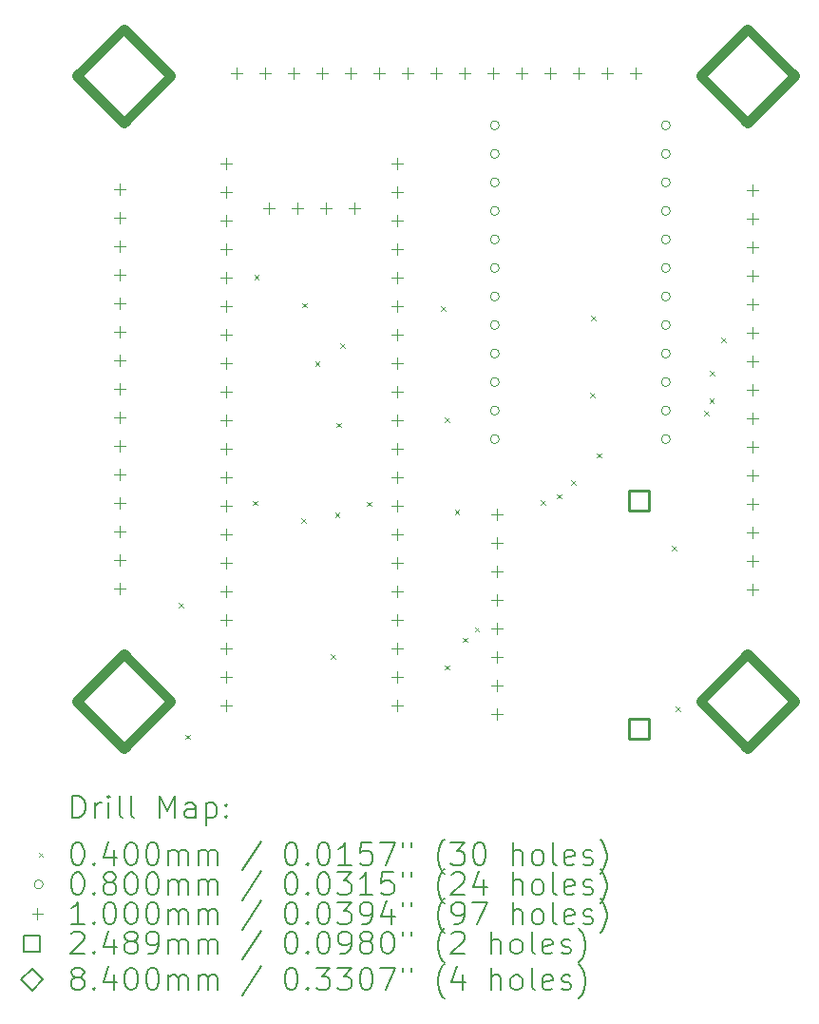
<source format=gbr>
%TF.GenerationSoftware,KiCad,Pcbnew,7.0.7*%
%TF.CreationDate,2024-04-01T01:38:20+05:30*%
%TF.ProjectId,FC_THT_STACK,46435f54-4854-45f5-9354-41434b2e6b69,rev?*%
%TF.SameCoordinates,Original*%
%TF.FileFunction,Drillmap*%
%TF.FilePolarity,Positive*%
%FSLAX45Y45*%
G04 Gerber Fmt 4.5, Leading zero omitted, Abs format (unit mm)*
G04 Created by KiCad (PCBNEW 7.0.7) date 2024-04-01 01:38:20*
%MOMM*%
%LPD*%
G01*
G04 APERTURE LIST*
%ADD10C,0.200000*%
%ADD11C,0.040000*%
%ADD12C,0.080000*%
%ADD13C,0.100000*%
%ADD14C,0.248920*%
%ADD15C,0.840000*%
G04 APERTURE END LIST*
D10*
D11*
X9527860Y-10244140D02*
X9567860Y-10284140D01*
X9567860Y-10244140D02*
X9527860Y-10284140D01*
X9583740Y-11415080D02*
X9623740Y-11455080D01*
X9623740Y-11415080D02*
X9583740Y-11455080D01*
X10188260Y-9332280D02*
X10228260Y-9372280D01*
X10228260Y-9332280D02*
X10188260Y-9372280D01*
X10200960Y-7318060D02*
X10240960Y-7358060D01*
X10240960Y-7318060D02*
X10200960Y-7358060D01*
X10616250Y-9488490D02*
X10656250Y-9528490D01*
X10656250Y-9488490D02*
X10616250Y-9528490D01*
X10627680Y-7569520D02*
X10667680Y-7609520D01*
X10667680Y-7569520D02*
X10627680Y-7609520D01*
X10742100Y-8090100D02*
X10782100Y-8130100D01*
X10782100Y-8090100D02*
X10742100Y-8130100D01*
X10879140Y-10701340D02*
X10919140Y-10741340D01*
X10919140Y-10701340D02*
X10879140Y-10741340D01*
X10919780Y-9436420D02*
X10959780Y-9476420D01*
X10959780Y-9436420D02*
X10919780Y-9476420D01*
X10929940Y-8636320D02*
X10969940Y-8676320D01*
X10969940Y-8636320D02*
X10929940Y-8676320D01*
X10968040Y-7932740D02*
X11008040Y-7972740D01*
X11008040Y-7932740D02*
X10968040Y-7972740D01*
X11204260Y-9339900D02*
X11244260Y-9379900D01*
X11244260Y-9339900D02*
X11204260Y-9379900D01*
X11864660Y-7600000D02*
X11904660Y-7640000D01*
X11904660Y-7600000D02*
X11864660Y-7640000D01*
X11897680Y-10795320D02*
X11937680Y-10835320D01*
X11937680Y-10795320D02*
X11897680Y-10835320D01*
X11900220Y-8588060D02*
X11940220Y-8628060D01*
X11940220Y-8588060D02*
X11900220Y-8628060D01*
X11986580Y-9411020D02*
X12026580Y-9451020D01*
X12026580Y-9411020D02*
X11986580Y-9451020D01*
X12059080Y-10550100D02*
X12099080Y-10590100D01*
X12099080Y-10550100D02*
X12059080Y-10590100D01*
X12164380Y-10457500D02*
X12204380Y-10497500D01*
X12204380Y-10457500D02*
X12164380Y-10497500D01*
X12751120Y-9329740D02*
X12791120Y-9369740D01*
X12791120Y-9329740D02*
X12751120Y-9369740D01*
X12898440Y-9271320D02*
X12938440Y-9311320D01*
X12938440Y-9271320D02*
X12898440Y-9311320D01*
X13022900Y-9146860D02*
X13062900Y-9186860D01*
X13062900Y-9146860D02*
X13022900Y-9186860D01*
X13193080Y-8372160D02*
X13233080Y-8412160D01*
X13233080Y-8372160D02*
X13193080Y-8412160D01*
X13203240Y-7683820D02*
X13243240Y-7723820D01*
X13243240Y-7683820D02*
X13203240Y-7723820D01*
X13251500Y-8908100D02*
X13291500Y-8948100D01*
X13291500Y-8908100D02*
X13251500Y-8948100D01*
X13919520Y-9733600D02*
X13959520Y-9773600D01*
X13959520Y-9733600D02*
X13919520Y-9773600D01*
X13957620Y-11163620D02*
X13997620Y-11203620D01*
X13997620Y-11163620D02*
X13957620Y-11203620D01*
X14211620Y-8532180D02*
X14251620Y-8572180D01*
X14251620Y-8532180D02*
X14211620Y-8572180D01*
X14254800Y-8422960D02*
X14294800Y-8462960D01*
X14294800Y-8422960D02*
X14254800Y-8462960D01*
X14262420Y-8176580D02*
X14302420Y-8216580D01*
X14302420Y-8176580D02*
X14262420Y-8216580D01*
X14361480Y-7879400D02*
X14401480Y-7919400D01*
X14401480Y-7879400D02*
X14361480Y-7919400D01*
D12*
X12383500Y-5988500D02*
G75*
G03*
X12383500Y-5988500I-40000J0D01*
G01*
X12383500Y-6242500D02*
G75*
G03*
X12383500Y-6242500I-40000J0D01*
G01*
X12383500Y-6496500D02*
G75*
G03*
X12383500Y-6496500I-40000J0D01*
G01*
X12383500Y-6750500D02*
G75*
G03*
X12383500Y-6750500I-40000J0D01*
G01*
X12383500Y-7004500D02*
G75*
G03*
X12383500Y-7004500I-40000J0D01*
G01*
X12383500Y-7258500D02*
G75*
G03*
X12383500Y-7258500I-40000J0D01*
G01*
X12383500Y-7512500D02*
G75*
G03*
X12383500Y-7512500I-40000J0D01*
G01*
X12383500Y-7766500D02*
G75*
G03*
X12383500Y-7766500I-40000J0D01*
G01*
X12383500Y-8020500D02*
G75*
G03*
X12383500Y-8020500I-40000J0D01*
G01*
X12383500Y-8274500D02*
G75*
G03*
X12383500Y-8274500I-40000J0D01*
G01*
X12383500Y-8528500D02*
G75*
G03*
X12383500Y-8528500I-40000J0D01*
G01*
X12383500Y-8782500D02*
G75*
G03*
X12383500Y-8782500I-40000J0D01*
G01*
X13907500Y-5988500D02*
G75*
G03*
X13907500Y-5988500I-40000J0D01*
G01*
X13907500Y-6242500D02*
G75*
G03*
X13907500Y-6242500I-40000J0D01*
G01*
X13907500Y-6496500D02*
G75*
G03*
X13907500Y-6496500I-40000J0D01*
G01*
X13907500Y-6750500D02*
G75*
G03*
X13907500Y-6750500I-40000J0D01*
G01*
X13907500Y-7004500D02*
G75*
G03*
X13907500Y-7004500I-40000J0D01*
G01*
X13907500Y-7258500D02*
G75*
G03*
X13907500Y-7258500I-40000J0D01*
G01*
X13907500Y-7512500D02*
G75*
G03*
X13907500Y-7512500I-40000J0D01*
G01*
X13907500Y-7766500D02*
G75*
G03*
X13907500Y-7766500I-40000J0D01*
G01*
X13907500Y-8020500D02*
G75*
G03*
X13907500Y-8020500I-40000J0D01*
G01*
X13907500Y-8274500D02*
G75*
G03*
X13907500Y-8274500I-40000J0D01*
G01*
X13907500Y-8528500D02*
G75*
G03*
X13907500Y-8528500I-40000J0D01*
G01*
X13907500Y-8782500D02*
G75*
G03*
X13907500Y-8782500I-40000J0D01*
G01*
D13*
X9000560Y-6510360D02*
X9000560Y-6610360D01*
X8950560Y-6560360D02*
X9050560Y-6560360D01*
X9000560Y-6764360D02*
X9000560Y-6864360D01*
X8950560Y-6814360D02*
X9050560Y-6814360D01*
X9000560Y-7018360D02*
X9000560Y-7118360D01*
X8950560Y-7068360D02*
X9050560Y-7068360D01*
X9000560Y-7272360D02*
X9000560Y-7372360D01*
X8950560Y-7322360D02*
X9050560Y-7322360D01*
X9000560Y-7526360D02*
X9000560Y-7626360D01*
X8950560Y-7576360D02*
X9050560Y-7576360D01*
X9000560Y-7780360D02*
X9000560Y-7880360D01*
X8950560Y-7830360D02*
X9050560Y-7830360D01*
X9000560Y-8034360D02*
X9000560Y-8134360D01*
X8950560Y-8084360D02*
X9050560Y-8084360D01*
X9000560Y-8288360D02*
X9000560Y-8388360D01*
X8950560Y-8338360D02*
X9050560Y-8338360D01*
X9000560Y-8542360D02*
X9000560Y-8642360D01*
X8950560Y-8592360D02*
X9050560Y-8592360D01*
X9000560Y-8796360D02*
X9000560Y-8896360D01*
X8950560Y-8846360D02*
X9050560Y-8846360D01*
X9000560Y-9050360D02*
X9000560Y-9150360D01*
X8950560Y-9100360D02*
X9050560Y-9100360D01*
X9000560Y-9304360D02*
X9000560Y-9404360D01*
X8950560Y-9354360D02*
X9050560Y-9354360D01*
X9000560Y-9558360D02*
X9000560Y-9658360D01*
X8950560Y-9608360D02*
X9050560Y-9608360D01*
X9000560Y-9812360D02*
X9000560Y-9912360D01*
X8950560Y-9862360D02*
X9050560Y-9862360D01*
X9000560Y-10066360D02*
X9000560Y-10166360D01*
X8950560Y-10116360D02*
X9050560Y-10116360D01*
X9948000Y-6282100D02*
X9948000Y-6382100D01*
X9898000Y-6332100D02*
X9998000Y-6332100D01*
X9948000Y-6536100D02*
X9948000Y-6636100D01*
X9898000Y-6586100D02*
X9998000Y-6586100D01*
X9948000Y-6790100D02*
X9948000Y-6890100D01*
X9898000Y-6840100D02*
X9998000Y-6840100D01*
X9948000Y-7044100D02*
X9948000Y-7144100D01*
X9898000Y-7094100D02*
X9998000Y-7094100D01*
X9948000Y-7298100D02*
X9948000Y-7398100D01*
X9898000Y-7348100D02*
X9998000Y-7348100D01*
X9948000Y-7552100D02*
X9948000Y-7652100D01*
X9898000Y-7602100D02*
X9998000Y-7602100D01*
X9948000Y-7806100D02*
X9948000Y-7906100D01*
X9898000Y-7856100D02*
X9998000Y-7856100D01*
X9948000Y-8060100D02*
X9948000Y-8160100D01*
X9898000Y-8110100D02*
X9998000Y-8110100D01*
X9948000Y-8314100D02*
X9948000Y-8414100D01*
X9898000Y-8364100D02*
X9998000Y-8364100D01*
X9948000Y-8568100D02*
X9948000Y-8668100D01*
X9898000Y-8618100D02*
X9998000Y-8618100D01*
X9948000Y-8822100D02*
X9948000Y-8922100D01*
X9898000Y-8872100D02*
X9998000Y-8872100D01*
X9948000Y-9076100D02*
X9948000Y-9176100D01*
X9898000Y-9126100D02*
X9998000Y-9126100D01*
X9948000Y-9330100D02*
X9948000Y-9430100D01*
X9898000Y-9380100D02*
X9998000Y-9380100D01*
X9948000Y-9584100D02*
X9948000Y-9684100D01*
X9898000Y-9634100D02*
X9998000Y-9634100D01*
X9948000Y-9838100D02*
X9948000Y-9938100D01*
X9898000Y-9888100D02*
X9998000Y-9888100D01*
X9948000Y-10092100D02*
X9948000Y-10192100D01*
X9898000Y-10142100D02*
X9998000Y-10142100D01*
X9948000Y-10346100D02*
X9948000Y-10446100D01*
X9898000Y-10396100D02*
X9998000Y-10396100D01*
X9948000Y-10600100D02*
X9948000Y-10700100D01*
X9898000Y-10650100D02*
X9998000Y-10650100D01*
X9948000Y-10854100D02*
X9948000Y-10954100D01*
X9898000Y-10904100D02*
X9998000Y-10904100D01*
X9948000Y-11108100D02*
X9948000Y-11208100D01*
X9898000Y-11158100D02*
X9998000Y-11158100D01*
X10043060Y-5471860D02*
X10043060Y-5571860D01*
X9993060Y-5521860D02*
X10093060Y-5521860D01*
X10297060Y-5471860D02*
X10297060Y-5571860D01*
X10247060Y-5521860D02*
X10347060Y-5521860D01*
X10329000Y-6679500D02*
X10329000Y-6779500D01*
X10279000Y-6729500D02*
X10379000Y-6729500D01*
X10551060Y-5471860D02*
X10551060Y-5571860D01*
X10501060Y-5521860D02*
X10601060Y-5521860D01*
X10583000Y-6679500D02*
X10583000Y-6779500D01*
X10533000Y-6729500D02*
X10633000Y-6729500D01*
X10805060Y-5471860D02*
X10805060Y-5571860D01*
X10755060Y-5521860D02*
X10855060Y-5521860D01*
X10837000Y-6679500D02*
X10837000Y-6779500D01*
X10787000Y-6729500D02*
X10887000Y-6729500D01*
X11059060Y-5471860D02*
X11059060Y-5571860D01*
X11009060Y-5521860D02*
X11109060Y-5521860D01*
X11091000Y-6679500D02*
X11091000Y-6779500D01*
X11041000Y-6729500D02*
X11141000Y-6729500D01*
X11313060Y-5471860D02*
X11313060Y-5571860D01*
X11263060Y-5521860D02*
X11363060Y-5521860D01*
X11472000Y-6282100D02*
X11472000Y-6382100D01*
X11422000Y-6332100D02*
X11522000Y-6332100D01*
X11472000Y-6536100D02*
X11472000Y-6636100D01*
X11422000Y-6586100D02*
X11522000Y-6586100D01*
X11472000Y-6790100D02*
X11472000Y-6890100D01*
X11422000Y-6840100D02*
X11522000Y-6840100D01*
X11472000Y-7044100D02*
X11472000Y-7144100D01*
X11422000Y-7094100D02*
X11522000Y-7094100D01*
X11472000Y-7298100D02*
X11472000Y-7398100D01*
X11422000Y-7348100D02*
X11522000Y-7348100D01*
X11472000Y-7552100D02*
X11472000Y-7652100D01*
X11422000Y-7602100D02*
X11522000Y-7602100D01*
X11472000Y-7806100D02*
X11472000Y-7906100D01*
X11422000Y-7856100D02*
X11522000Y-7856100D01*
X11472000Y-8060100D02*
X11472000Y-8160100D01*
X11422000Y-8110100D02*
X11522000Y-8110100D01*
X11472000Y-8314100D02*
X11472000Y-8414100D01*
X11422000Y-8364100D02*
X11522000Y-8364100D01*
X11472000Y-8568100D02*
X11472000Y-8668100D01*
X11422000Y-8618100D02*
X11522000Y-8618100D01*
X11472000Y-8822100D02*
X11472000Y-8922100D01*
X11422000Y-8872100D02*
X11522000Y-8872100D01*
X11472000Y-9076100D02*
X11472000Y-9176100D01*
X11422000Y-9126100D02*
X11522000Y-9126100D01*
X11472000Y-9330100D02*
X11472000Y-9430100D01*
X11422000Y-9380100D02*
X11522000Y-9380100D01*
X11472000Y-9584100D02*
X11472000Y-9684100D01*
X11422000Y-9634100D02*
X11522000Y-9634100D01*
X11472000Y-9838100D02*
X11472000Y-9938100D01*
X11422000Y-9888100D02*
X11522000Y-9888100D01*
X11472000Y-10092100D02*
X11472000Y-10192100D01*
X11422000Y-10142100D02*
X11522000Y-10142100D01*
X11472000Y-10346100D02*
X11472000Y-10446100D01*
X11422000Y-10396100D02*
X11522000Y-10396100D01*
X11472000Y-10600100D02*
X11472000Y-10700100D01*
X11422000Y-10650100D02*
X11522000Y-10650100D01*
X11472000Y-10854100D02*
X11472000Y-10954100D01*
X11422000Y-10904100D02*
X11522000Y-10904100D01*
X11472000Y-11108100D02*
X11472000Y-11208100D01*
X11422000Y-11158100D02*
X11522000Y-11158100D01*
X11567060Y-5471860D02*
X11567060Y-5571860D01*
X11517060Y-5521860D02*
X11617060Y-5521860D01*
X11821060Y-5471860D02*
X11821060Y-5571860D01*
X11771060Y-5521860D02*
X11871060Y-5521860D01*
X12075060Y-5471860D02*
X12075060Y-5571860D01*
X12025060Y-5521860D02*
X12125060Y-5521860D01*
X12329060Y-5471860D02*
X12329060Y-5571860D01*
X12279060Y-5521860D02*
X12379060Y-5521860D01*
X12360000Y-9406000D02*
X12360000Y-9506000D01*
X12310000Y-9456000D02*
X12410000Y-9456000D01*
X12360000Y-9660000D02*
X12360000Y-9760000D01*
X12310000Y-9710000D02*
X12410000Y-9710000D01*
X12360000Y-9914000D02*
X12360000Y-10014000D01*
X12310000Y-9964000D02*
X12410000Y-9964000D01*
X12360000Y-10168000D02*
X12360000Y-10268000D01*
X12310000Y-10218000D02*
X12410000Y-10218000D01*
X12360000Y-10422000D02*
X12360000Y-10522000D01*
X12310000Y-10472000D02*
X12410000Y-10472000D01*
X12360000Y-10676000D02*
X12360000Y-10776000D01*
X12310000Y-10726000D02*
X12410000Y-10726000D01*
X12360000Y-10930000D02*
X12360000Y-11030000D01*
X12310000Y-10980000D02*
X12410000Y-10980000D01*
X12360000Y-11184000D02*
X12360000Y-11284000D01*
X12310000Y-11234000D02*
X12410000Y-11234000D01*
X12583060Y-5471860D02*
X12583060Y-5571860D01*
X12533060Y-5521860D02*
X12633060Y-5521860D01*
X12837060Y-5471860D02*
X12837060Y-5571860D01*
X12787060Y-5521860D02*
X12887060Y-5521860D01*
X13091060Y-5471860D02*
X13091060Y-5571860D01*
X13041060Y-5521860D02*
X13141060Y-5521860D01*
X13345060Y-5471860D02*
X13345060Y-5571860D01*
X13295060Y-5521860D02*
X13395060Y-5521860D01*
X13599060Y-5471860D02*
X13599060Y-5571860D01*
X13549060Y-5521860D02*
X13649060Y-5521860D01*
X14640560Y-6513360D02*
X14640560Y-6613360D01*
X14590560Y-6563360D02*
X14690560Y-6563360D01*
X14640560Y-6767360D02*
X14640560Y-6867360D01*
X14590560Y-6817360D02*
X14690560Y-6817360D01*
X14640560Y-7021360D02*
X14640560Y-7121360D01*
X14590560Y-7071360D02*
X14690560Y-7071360D01*
X14640560Y-7275360D02*
X14640560Y-7375360D01*
X14590560Y-7325360D02*
X14690560Y-7325360D01*
X14640560Y-7529360D02*
X14640560Y-7629360D01*
X14590560Y-7579360D02*
X14690560Y-7579360D01*
X14640560Y-7783360D02*
X14640560Y-7883360D01*
X14590560Y-7833360D02*
X14690560Y-7833360D01*
X14640560Y-8037360D02*
X14640560Y-8137360D01*
X14590560Y-8087360D02*
X14690560Y-8087360D01*
X14640560Y-8291360D02*
X14640560Y-8391360D01*
X14590560Y-8341360D02*
X14690560Y-8341360D01*
X14640560Y-8545360D02*
X14640560Y-8645360D01*
X14590560Y-8595360D02*
X14690560Y-8595360D01*
X14640560Y-8799360D02*
X14640560Y-8899360D01*
X14590560Y-8849360D02*
X14690560Y-8849360D01*
X14640560Y-9053360D02*
X14640560Y-9153360D01*
X14590560Y-9103360D02*
X14690560Y-9103360D01*
X14640560Y-9307360D02*
X14640560Y-9407360D01*
X14590560Y-9357360D02*
X14690560Y-9357360D01*
X14640560Y-9561360D02*
X14640560Y-9661360D01*
X14590560Y-9611360D02*
X14690560Y-9611360D01*
X14640560Y-9815360D02*
X14640560Y-9915360D01*
X14590560Y-9865360D02*
X14690560Y-9865360D01*
X14640560Y-10069360D02*
X14640560Y-10169360D01*
X14590560Y-10119360D02*
X14690560Y-10119360D01*
D14*
X13718007Y-9417007D02*
X13718007Y-9240993D01*
X13541993Y-9240993D01*
X13541993Y-9417007D01*
X13718007Y-9417007D01*
X13718007Y-11449505D02*
X13718007Y-11273491D01*
X13541993Y-11273491D01*
X13541993Y-11449505D01*
X13718007Y-11449505D01*
D15*
X9040560Y-5971860D02*
X9460560Y-5551860D01*
X9040560Y-5131860D01*
X8620560Y-5551860D01*
X9040560Y-5971860D01*
X9040560Y-11541860D02*
X9460560Y-11121860D01*
X9040560Y-10701860D01*
X8620560Y-11121860D01*
X9040560Y-11541860D01*
X14600560Y-5973360D02*
X15020560Y-5553360D01*
X14600560Y-5133360D01*
X14180560Y-5553360D01*
X14600560Y-5973360D01*
X14600560Y-11541860D02*
X15020560Y-11121860D01*
X14600560Y-10701860D01*
X14180560Y-11121860D01*
X14600560Y-11541860D01*
D10*
X8578837Y-12155844D02*
X8578837Y-11955844D01*
X8578837Y-11955844D02*
X8626456Y-11955844D01*
X8626456Y-11955844D02*
X8655027Y-11965368D01*
X8655027Y-11965368D02*
X8674075Y-11984415D01*
X8674075Y-11984415D02*
X8683599Y-12003463D01*
X8683599Y-12003463D02*
X8693123Y-12041558D01*
X8693123Y-12041558D02*
X8693123Y-12070129D01*
X8693123Y-12070129D02*
X8683599Y-12108225D01*
X8683599Y-12108225D02*
X8674075Y-12127272D01*
X8674075Y-12127272D02*
X8655027Y-12146320D01*
X8655027Y-12146320D02*
X8626456Y-12155844D01*
X8626456Y-12155844D02*
X8578837Y-12155844D01*
X8778837Y-12155844D02*
X8778837Y-12022510D01*
X8778837Y-12060606D02*
X8788361Y-12041558D01*
X8788361Y-12041558D02*
X8797884Y-12032034D01*
X8797884Y-12032034D02*
X8816932Y-12022510D01*
X8816932Y-12022510D02*
X8835980Y-12022510D01*
X8902646Y-12155844D02*
X8902646Y-12022510D01*
X8902646Y-11955844D02*
X8893123Y-11965368D01*
X8893123Y-11965368D02*
X8902646Y-11974891D01*
X8902646Y-11974891D02*
X8912170Y-11965368D01*
X8912170Y-11965368D02*
X8902646Y-11955844D01*
X8902646Y-11955844D02*
X8902646Y-11974891D01*
X9026456Y-12155844D02*
X9007408Y-12146320D01*
X9007408Y-12146320D02*
X8997884Y-12127272D01*
X8997884Y-12127272D02*
X8997884Y-11955844D01*
X9131218Y-12155844D02*
X9112170Y-12146320D01*
X9112170Y-12146320D02*
X9102646Y-12127272D01*
X9102646Y-12127272D02*
X9102646Y-11955844D01*
X9359789Y-12155844D02*
X9359789Y-11955844D01*
X9359789Y-11955844D02*
X9426456Y-12098701D01*
X9426456Y-12098701D02*
X9493123Y-11955844D01*
X9493123Y-11955844D02*
X9493123Y-12155844D01*
X9674075Y-12155844D02*
X9674075Y-12051082D01*
X9674075Y-12051082D02*
X9664551Y-12032034D01*
X9664551Y-12032034D02*
X9645504Y-12022510D01*
X9645504Y-12022510D02*
X9607408Y-12022510D01*
X9607408Y-12022510D02*
X9588361Y-12032034D01*
X9674075Y-12146320D02*
X9655027Y-12155844D01*
X9655027Y-12155844D02*
X9607408Y-12155844D01*
X9607408Y-12155844D02*
X9588361Y-12146320D01*
X9588361Y-12146320D02*
X9578837Y-12127272D01*
X9578837Y-12127272D02*
X9578837Y-12108225D01*
X9578837Y-12108225D02*
X9588361Y-12089177D01*
X9588361Y-12089177D02*
X9607408Y-12079653D01*
X9607408Y-12079653D02*
X9655027Y-12079653D01*
X9655027Y-12079653D02*
X9674075Y-12070129D01*
X9769313Y-12022510D02*
X9769313Y-12222510D01*
X9769313Y-12032034D02*
X9788361Y-12022510D01*
X9788361Y-12022510D02*
X9826456Y-12022510D01*
X9826456Y-12022510D02*
X9845504Y-12032034D01*
X9845504Y-12032034D02*
X9855027Y-12041558D01*
X9855027Y-12041558D02*
X9864551Y-12060606D01*
X9864551Y-12060606D02*
X9864551Y-12117748D01*
X9864551Y-12117748D02*
X9855027Y-12136796D01*
X9855027Y-12136796D02*
X9845504Y-12146320D01*
X9845504Y-12146320D02*
X9826456Y-12155844D01*
X9826456Y-12155844D02*
X9788361Y-12155844D01*
X9788361Y-12155844D02*
X9769313Y-12146320D01*
X9950265Y-12136796D02*
X9959789Y-12146320D01*
X9959789Y-12146320D02*
X9950265Y-12155844D01*
X9950265Y-12155844D02*
X9940742Y-12146320D01*
X9940742Y-12146320D02*
X9950265Y-12136796D01*
X9950265Y-12136796D02*
X9950265Y-12155844D01*
X9950265Y-12032034D02*
X9959789Y-12041558D01*
X9959789Y-12041558D02*
X9950265Y-12051082D01*
X9950265Y-12051082D02*
X9940742Y-12041558D01*
X9940742Y-12041558D02*
X9950265Y-12032034D01*
X9950265Y-12032034D02*
X9950265Y-12051082D01*
D11*
X8278060Y-12464360D02*
X8318060Y-12504360D01*
X8318060Y-12464360D02*
X8278060Y-12504360D01*
D10*
X8616932Y-12375844D02*
X8635980Y-12375844D01*
X8635980Y-12375844D02*
X8655027Y-12385368D01*
X8655027Y-12385368D02*
X8664551Y-12394891D01*
X8664551Y-12394891D02*
X8674075Y-12413939D01*
X8674075Y-12413939D02*
X8683599Y-12452034D01*
X8683599Y-12452034D02*
X8683599Y-12499653D01*
X8683599Y-12499653D02*
X8674075Y-12537748D01*
X8674075Y-12537748D02*
X8664551Y-12556796D01*
X8664551Y-12556796D02*
X8655027Y-12566320D01*
X8655027Y-12566320D02*
X8635980Y-12575844D01*
X8635980Y-12575844D02*
X8616932Y-12575844D01*
X8616932Y-12575844D02*
X8597884Y-12566320D01*
X8597884Y-12566320D02*
X8588361Y-12556796D01*
X8588361Y-12556796D02*
X8578837Y-12537748D01*
X8578837Y-12537748D02*
X8569313Y-12499653D01*
X8569313Y-12499653D02*
X8569313Y-12452034D01*
X8569313Y-12452034D02*
X8578837Y-12413939D01*
X8578837Y-12413939D02*
X8588361Y-12394891D01*
X8588361Y-12394891D02*
X8597884Y-12385368D01*
X8597884Y-12385368D02*
X8616932Y-12375844D01*
X8769313Y-12556796D02*
X8778837Y-12566320D01*
X8778837Y-12566320D02*
X8769313Y-12575844D01*
X8769313Y-12575844D02*
X8759789Y-12566320D01*
X8759789Y-12566320D02*
X8769313Y-12556796D01*
X8769313Y-12556796D02*
X8769313Y-12575844D01*
X8950265Y-12442510D02*
X8950265Y-12575844D01*
X8902646Y-12366320D02*
X8855027Y-12509177D01*
X8855027Y-12509177D02*
X8978837Y-12509177D01*
X9093123Y-12375844D02*
X9112170Y-12375844D01*
X9112170Y-12375844D02*
X9131218Y-12385368D01*
X9131218Y-12385368D02*
X9140742Y-12394891D01*
X9140742Y-12394891D02*
X9150265Y-12413939D01*
X9150265Y-12413939D02*
X9159789Y-12452034D01*
X9159789Y-12452034D02*
X9159789Y-12499653D01*
X9159789Y-12499653D02*
X9150265Y-12537748D01*
X9150265Y-12537748D02*
X9140742Y-12556796D01*
X9140742Y-12556796D02*
X9131218Y-12566320D01*
X9131218Y-12566320D02*
X9112170Y-12575844D01*
X9112170Y-12575844D02*
X9093123Y-12575844D01*
X9093123Y-12575844D02*
X9074075Y-12566320D01*
X9074075Y-12566320D02*
X9064551Y-12556796D01*
X9064551Y-12556796D02*
X9055027Y-12537748D01*
X9055027Y-12537748D02*
X9045504Y-12499653D01*
X9045504Y-12499653D02*
X9045504Y-12452034D01*
X9045504Y-12452034D02*
X9055027Y-12413939D01*
X9055027Y-12413939D02*
X9064551Y-12394891D01*
X9064551Y-12394891D02*
X9074075Y-12385368D01*
X9074075Y-12385368D02*
X9093123Y-12375844D01*
X9283599Y-12375844D02*
X9302646Y-12375844D01*
X9302646Y-12375844D02*
X9321694Y-12385368D01*
X9321694Y-12385368D02*
X9331218Y-12394891D01*
X9331218Y-12394891D02*
X9340742Y-12413939D01*
X9340742Y-12413939D02*
X9350265Y-12452034D01*
X9350265Y-12452034D02*
X9350265Y-12499653D01*
X9350265Y-12499653D02*
X9340742Y-12537748D01*
X9340742Y-12537748D02*
X9331218Y-12556796D01*
X9331218Y-12556796D02*
X9321694Y-12566320D01*
X9321694Y-12566320D02*
X9302646Y-12575844D01*
X9302646Y-12575844D02*
X9283599Y-12575844D01*
X9283599Y-12575844D02*
X9264551Y-12566320D01*
X9264551Y-12566320D02*
X9255027Y-12556796D01*
X9255027Y-12556796D02*
X9245504Y-12537748D01*
X9245504Y-12537748D02*
X9235980Y-12499653D01*
X9235980Y-12499653D02*
X9235980Y-12452034D01*
X9235980Y-12452034D02*
X9245504Y-12413939D01*
X9245504Y-12413939D02*
X9255027Y-12394891D01*
X9255027Y-12394891D02*
X9264551Y-12385368D01*
X9264551Y-12385368D02*
X9283599Y-12375844D01*
X9435980Y-12575844D02*
X9435980Y-12442510D01*
X9435980Y-12461558D02*
X9445504Y-12452034D01*
X9445504Y-12452034D02*
X9464551Y-12442510D01*
X9464551Y-12442510D02*
X9493123Y-12442510D01*
X9493123Y-12442510D02*
X9512170Y-12452034D01*
X9512170Y-12452034D02*
X9521694Y-12471082D01*
X9521694Y-12471082D02*
X9521694Y-12575844D01*
X9521694Y-12471082D02*
X9531218Y-12452034D01*
X9531218Y-12452034D02*
X9550265Y-12442510D01*
X9550265Y-12442510D02*
X9578837Y-12442510D01*
X9578837Y-12442510D02*
X9597885Y-12452034D01*
X9597885Y-12452034D02*
X9607408Y-12471082D01*
X9607408Y-12471082D02*
X9607408Y-12575844D01*
X9702646Y-12575844D02*
X9702646Y-12442510D01*
X9702646Y-12461558D02*
X9712170Y-12452034D01*
X9712170Y-12452034D02*
X9731218Y-12442510D01*
X9731218Y-12442510D02*
X9759789Y-12442510D01*
X9759789Y-12442510D02*
X9778837Y-12452034D01*
X9778837Y-12452034D02*
X9788361Y-12471082D01*
X9788361Y-12471082D02*
X9788361Y-12575844D01*
X9788361Y-12471082D02*
X9797885Y-12452034D01*
X9797885Y-12452034D02*
X9816932Y-12442510D01*
X9816932Y-12442510D02*
X9845504Y-12442510D01*
X9845504Y-12442510D02*
X9864551Y-12452034D01*
X9864551Y-12452034D02*
X9874075Y-12471082D01*
X9874075Y-12471082D02*
X9874075Y-12575844D01*
X10264551Y-12366320D02*
X10093123Y-12623463D01*
X10521694Y-12375844D02*
X10540742Y-12375844D01*
X10540742Y-12375844D02*
X10559789Y-12385368D01*
X10559789Y-12385368D02*
X10569313Y-12394891D01*
X10569313Y-12394891D02*
X10578837Y-12413939D01*
X10578837Y-12413939D02*
X10588361Y-12452034D01*
X10588361Y-12452034D02*
X10588361Y-12499653D01*
X10588361Y-12499653D02*
X10578837Y-12537748D01*
X10578837Y-12537748D02*
X10569313Y-12556796D01*
X10569313Y-12556796D02*
X10559789Y-12566320D01*
X10559789Y-12566320D02*
X10540742Y-12575844D01*
X10540742Y-12575844D02*
X10521694Y-12575844D01*
X10521694Y-12575844D02*
X10502647Y-12566320D01*
X10502647Y-12566320D02*
X10493123Y-12556796D01*
X10493123Y-12556796D02*
X10483599Y-12537748D01*
X10483599Y-12537748D02*
X10474075Y-12499653D01*
X10474075Y-12499653D02*
X10474075Y-12452034D01*
X10474075Y-12452034D02*
X10483599Y-12413939D01*
X10483599Y-12413939D02*
X10493123Y-12394891D01*
X10493123Y-12394891D02*
X10502647Y-12385368D01*
X10502647Y-12385368D02*
X10521694Y-12375844D01*
X10674075Y-12556796D02*
X10683599Y-12566320D01*
X10683599Y-12566320D02*
X10674075Y-12575844D01*
X10674075Y-12575844D02*
X10664551Y-12566320D01*
X10664551Y-12566320D02*
X10674075Y-12556796D01*
X10674075Y-12556796D02*
X10674075Y-12575844D01*
X10807408Y-12375844D02*
X10826456Y-12375844D01*
X10826456Y-12375844D02*
X10845504Y-12385368D01*
X10845504Y-12385368D02*
X10855028Y-12394891D01*
X10855028Y-12394891D02*
X10864551Y-12413939D01*
X10864551Y-12413939D02*
X10874075Y-12452034D01*
X10874075Y-12452034D02*
X10874075Y-12499653D01*
X10874075Y-12499653D02*
X10864551Y-12537748D01*
X10864551Y-12537748D02*
X10855028Y-12556796D01*
X10855028Y-12556796D02*
X10845504Y-12566320D01*
X10845504Y-12566320D02*
X10826456Y-12575844D01*
X10826456Y-12575844D02*
X10807408Y-12575844D01*
X10807408Y-12575844D02*
X10788361Y-12566320D01*
X10788361Y-12566320D02*
X10778837Y-12556796D01*
X10778837Y-12556796D02*
X10769313Y-12537748D01*
X10769313Y-12537748D02*
X10759789Y-12499653D01*
X10759789Y-12499653D02*
X10759789Y-12452034D01*
X10759789Y-12452034D02*
X10769313Y-12413939D01*
X10769313Y-12413939D02*
X10778837Y-12394891D01*
X10778837Y-12394891D02*
X10788361Y-12385368D01*
X10788361Y-12385368D02*
X10807408Y-12375844D01*
X11064551Y-12575844D02*
X10950266Y-12575844D01*
X11007408Y-12575844D02*
X11007408Y-12375844D01*
X11007408Y-12375844D02*
X10988361Y-12404415D01*
X10988361Y-12404415D02*
X10969313Y-12423463D01*
X10969313Y-12423463D02*
X10950266Y-12432987D01*
X11245504Y-12375844D02*
X11150266Y-12375844D01*
X11150266Y-12375844D02*
X11140742Y-12471082D01*
X11140742Y-12471082D02*
X11150266Y-12461558D01*
X11150266Y-12461558D02*
X11169313Y-12452034D01*
X11169313Y-12452034D02*
X11216932Y-12452034D01*
X11216932Y-12452034D02*
X11235980Y-12461558D01*
X11235980Y-12461558D02*
X11245504Y-12471082D01*
X11245504Y-12471082D02*
X11255027Y-12490129D01*
X11255027Y-12490129D02*
X11255027Y-12537748D01*
X11255027Y-12537748D02*
X11245504Y-12556796D01*
X11245504Y-12556796D02*
X11235980Y-12566320D01*
X11235980Y-12566320D02*
X11216932Y-12575844D01*
X11216932Y-12575844D02*
X11169313Y-12575844D01*
X11169313Y-12575844D02*
X11150266Y-12566320D01*
X11150266Y-12566320D02*
X11140742Y-12556796D01*
X11321694Y-12375844D02*
X11455027Y-12375844D01*
X11455027Y-12375844D02*
X11369313Y-12575844D01*
X11521694Y-12375844D02*
X11521694Y-12413939D01*
X11597885Y-12375844D02*
X11597885Y-12413939D01*
X11893123Y-12652034D02*
X11883599Y-12642510D01*
X11883599Y-12642510D02*
X11864551Y-12613939D01*
X11864551Y-12613939D02*
X11855028Y-12594891D01*
X11855028Y-12594891D02*
X11845504Y-12566320D01*
X11845504Y-12566320D02*
X11835980Y-12518701D01*
X11835980Y-12518701D02*
X11835980Y-12480606D01*
X11835980Y-12480606D02*
X11845504Y-12432987D01*
X11845504Y-12432987D02*
X11855028Y-12404415D01*
X11855028Y-12404415D02*
X11864551Y-12385368D01*
X11864551Y-12385368D02*
X11883599Y-12356796D01*
X11883599Y-12356796D02*
X11893123Y-12347272D01*
X11950266Y-12375844D02*
X12074075Y-12375844D01*
X12074075Y-12375844D02*
X12007408Y-12452034D01*
X12007408Y-12452034D02*
X12035980Y-12452034D01*
X12035980Y-12452034D02*
X12055028Y-12461558D01*
X12055028Y-12461558D02*
X12064551Y-12471082D01*
X12064551Y-12471082D02*
X12074075Y-12490129D01*
X12074075Y-12490129D02*
X12074075Y-12537748D01*
X12074075Y-12537748D02*
X12064551Y-12556796D01*
X12064551Y-12556796D02*
X12055028Y-12566320D01*
X12055028Y-12566320D02*
X12035980Y-12575844D01*
X12035980Y-12575844D02*
X11978837Y-12575844D01*
X11978837Y-12575844D02*
X11959789Y-12566320D01*
X11959789Y-12566320D02*
X11950266Y-12556796D01*
X12197885Y-12375844D02*
X12216932Y-12375844D01*
X12216932Y-12375844D02*
X12235980Y-12385368D01*
X12235980Y-12385368D02*
X12245504Y-12394891D01*
X12245504Y-12394891D02*
X12255028Y-12413939D01*
X12255028Y-12413939D02*
X12264551Y-12452034D01*
X12264551Y-12452034D02*
X12264551Y-12499653D01*
X12264551Y-12499653D02*
X12255028Y-12537748D01*
X12255028Y-12537748D02*
X12245504Y-12556796D01*
X12245504Y-12556796D02*
X12235980Y-12566320D01*
X12235980Y-12566320D02*
X12216932Y-12575844D01*
X12216932Y-12575844D02*
X12197885Y-12575844D01*
X12197885Y-12575844D02*
X12178837Y-12566320D01*
X12178837Y-12566320D02*
X12169313Y-12556796D01*
X12169313Y-12556796D02*
X12159789Y-12537748D01*
X12159789Y-12537748D02*
X12150266Y-12499653D01*
X12150266Y-12499653D02*
X12150266Y-12452034D01*
X12150266Y-12452034D02*
X12159789Y-12413939D01*
X12159789Y-12413939D02*
X12169313Y-12394891D01*
X12169313Y-12394891D02*
X12178837Y-12385368D01*
X12178837Y-12385368D02*
X12197885Y-12375844D01*
X12502647Y-12575844D02*
X12502647Y-12375844D01*
X12588361Y-12575844D02*
X12588361Y-12471082D01*
X12588361Y-12471082D02*
X12578837Y-12452034D01*
X12578837Y-12452034D02*
X12559790Y-12442510D01*
X12559790Y-12442510D02*
X12531218Y-12442510D01*
X12531218Y-12442510D02*
X12512170Y-12452034D01*
X12512170Y-12452034D02*
X12502647Y-12461558D01*
X12712170Y-12575844D02*
X12693123Y-12566320D01*
X12693123Y-12566320D02*
X12683599Y-12556796D01*
X12683599Y-12556796D02*
X12674075Y-12537748D01*
X12674075Y-12537748D02*
X12674075Y-12480606D01*
X12674075Y-12480606D02*
X12683599Y-12461558D01*
X12683599Y-12461558D02*
X12693123Y-12452034D01*
X12693123Y-12452034D02*
X12712170Y-12442510D01*
X12712170Y-12442510D02*
X12740742Y-12442510D01*
X12740742Y-12442510D02*
X12759790Y-12452034D01*
X12759790Y-12452034D02*
X12769313Y-12461558D01*
X12769313Y-12461558D02*
X12778837Y-12480606D01*
X12778837Y-12480606D02*
X12778837Y-12537748D01*
X12778837Y-12537748D02*
X12769313Y-12556796D01*
X12769313Y-12556796D02*
X12759790Y-12566320D01*
X12759790Y-12566320D02*
X12740742Y-12575844D01*
X12740742Y-12575844D02*
X12712170Y-12575844D01*
X12893123Y-12575844D02*
X12874075Y-12566320D01*
X12874075Y-12566320D02*
X12864551Y-12547272D01*
X12864551Y-12547272D02*
X12864551Y-12375844D01*
X13045504Y-12566320D02*
X13026456Y-12575844D01*
X13026456Y-12575844D02*
X12988361Y-12575844D01*
X12988361Y-12575844D02*
X12969313Y-12566320D01*
X12969313Y-12566320D02*
X12959790Y-12547272D01*
X12959790Y-12547272D02*
X12959790Y-12471082D01*
X12959790Y-12471082D02*
X12969313Y-12452034D01*
X12969313Y-12452034D02*
X12988361Y-12442510D01*
X12988361Y-12442510D02*
X13026456Y-12442510D01*
X13026456Y-12442510D02*
X13045504Y-12452034D01*
X13045504Y-12452034D02*
X13055028Y-12471082D01*
X13055028Y-12471082D02*
X13055028Y-12490129D01*
X13055028Y-12490129D02*
X12959790Y-12509177D01*
X13131218Y-12566320D02*
X13150266Y-12575844D01*
X13150266Y-12575844D02*
X13188361Y-12575844D01*
X13188361Y-12575844D02*
X13207409Y-12566320D01*
X13207409Y-12566320D02*
X13216932Y-12547272D01*
X13216932Y-12547272D02*
X13216932Y-12537748D01*
X13216932Y-12537748D02*
X13207409Y-12518701D01*
X13207409Y-12518701D02*
X13188361Y-12509177D01*
X13188361Y-12509177D02*
X13159790Y-12509177D01*
X13159790Y-12509177D02*
X13140742Y-12499653D01*
X13140742Y-12499653D02*
X13131218Y-12480606D01*
X13131218Y-12480606D02*
X13131218Y-12471082D01*
X13131218Y-12471082D02*
X13140742Y-12452034D01*
X13140742Y-12452034D02*
X13159790Y-12442510D01*
X13159790Y-12442510D02*
X13188361Y-12442510D01*
X13188361Y-12442510D02*
X13207409Y-12452034D01*
X13283599Y-12652034D02*
X13293123Y-12642510D01*
X13293123Y-12642510D02*
X13312171Y-12613939D01*
X13312171Y-12613939D02*
X13321694Y-12594891D01*
X13321694Y-12594891D02*
X13331218Y-12566320D01*
X13331218Y-12566320D02*
X13340742Y-12518701D01*
X13340742Y-12518701D02*
X13340742Y-12480606D01*
X13340742Y-12480606D02*
X13331218Y-12432987D01*
X13331218Y-12432987D02*
X13321694Y-12404415D01*
X13321694Y-12404415D02*
X13312171Y-12385368D01*
X13312171Y-12385368D02*
X13293123Y-12356796D01*
X13293123Y-12356796D02*
X13283599Y-12347272D01*
D12*
X8318060Y-12748360D02*
G75*
G03*
X8318060Y-12748360I-40000J0D01*
G01*
D10*
X8616932Y-12639844D02*
X8635980Y-12639844D01*
X8635980Y-12639844D02*
X8655027Y-12649368D01*
X8655027Y-12649368D02*
X8664551Y-12658891D01*
X8664551Y-12658891D02*
X8674075Y-12677939D01*
X8674075Y-12677939D02*
X8683599Y-12716034D01*
X8683599Y-12716034D02*
X8683599Y-12763653D01*
X8683599Y-12763653D02*
X8674075Y-12801748D01*
X8674075Y-12801748D02*
X8664551Y-12820796D01*
X8664551Y-12820796D02*
X8655027Y-12830320D01*
X8655027Y-12830320D02*
X8635980Y-12839844D01*
X8635980Y-12839844D02*
X8616932Y-12839844D01*
X8616932Y-12839844D02*
X8597884Y-12830320D01*
X8597884Y-12830320D02*
X8588361Y-12820796D01*
X8588361Y-12820796D02*
X8578837Y-12801748D01*
X8578837Y-12801748D02*
X8569313Y-12763653D01*
X8569313Y-12763653D02*
X8569313Y-12716034D01*
X8569313Y-12716034D02*
X8578837Y-12677939D01*
X8578837Y-12677939D02*
X8588361Y-12658891D01*
X8588361Y-12658891D02*
X8597884Y-12649368D01*
X8597884Y-12649368D02*
X8616932Y-12639844D01*
X8769313Y-12820796D02*
X8778837Y-12830320D01*
X8778837Y-12830320D02*
X8769313Y-12839844D01*
X8769313Y-12839844D02*
X8759789Y-12830320D01*
X8759789Y-12830320D02*
X8769313Y-12820796D01*
X8769313Y-12820796D02*
X8769313Y-12839844D01*
X8893123Y-12725558D02*
X8874075Y-12716034D01*
X8874075Y-12716034D02*
X8864551Y-12706510D01*
X8864551Y-12706510D02*
X8855027Y-12687463D01*
X8855027Y-12687463D02*
X8855027Y-12677939D01*
X8855027Y-12677939D02*
X8864551Y-12658891D01*
X8864551Y-12658891D02*
X8874075Y-12649368D01*
X8874075Y-12649368D02*
X8893123Y-12639844D01*
X8893123Y-12639844D02*
X8931218Y-12639844D01*
X8931218Y-12639844D02*
X8950265Y-12649368D01*
X8950265Y-12649368D02*
X8959789Y-12658891D01*
X8959789Y-12658891D02*
X8969313Y-12677939D01*
X8969313Y-12677939D02*
X8969313Y-12687463D01*
X8969313Y-12687463D02*
X8959789Y-12706510D01*
X8959789Y-12706510D02*
X8950265Y-12716034D01*
X8950265Y-12716034D02*
X8931218Y-12725558D01*
X8931218Y-12725558D02*
X8893123Y-12725558D01*
X8893123Y-12725558D02*
X8874075Y-12735082D01*
X8874075Y-12735082D02*
X8864551Y-12744606D01*
X8864551Y-12744606D02*
X8855027Y-12763653D01*
X8855027Y-12763653D02*
X8855027Y-12801748D01*
X8855027Y-12801748D02*
X8864551Y-12820796D01*
X8864551Y-12820796D02*
X8874075Y-12830320D01*
X8874075Y-12830320D02*
X8893123Y-12839844D01*
X8893123Y-12839844D02*
X8931218Y-12839844D01*
X8931218Y-12839844D02*
X8950265Y-12830320D01*
X8950265Y-12830320D02*
X8959789Y-12820796D01*
X8959789Y-12820796D02*
X8969313Y-12801748D01*
X8969313Y-12801748D02*
X8969313Y-12763653D01*
X8969313Y-12763653D02*
X8959789Y-12744606D01*
X8959789Y-12744606D02*
X8950265Y-12735082D01*
X8950265Y-12735082D02*
X8931218Y-12725558D01*
X9093123Y-12639844D02*
X9112170Y-12639844D01*
X9112170Y-12639844D02*
X9131218Y-12649368D01*
X9131218Y-12649368D02*
X9140742Y-12658891D01*
X9140742Y-12658891D02*
X9150265Y-12677939D01*
X9150265Y-12677939D02*
X9159789Y-12716034D01*
X9159789Y-12716034D02*
X9159789Y-12763653D01*
X9159789Y-12763653D02*
X9150265Y-12801748D01*
X9150265Y-12801748D02*
X9140742Y-12820796D01*
X9140742Y-12820796D02*
X9131218Y-12830320D01*
X9131218Y-12830320D02*
X9112170Y-12839844D01*
X9112170Y-12839844D02*
X9093123Y-12839844D01*
X9093123Y-12839844D02*
X9074075Y-12830320D01*
X9074075Y-12830320D02*
X9064551Y-12820796D01*
X9064551Y-12820796D02*
X9055027Y-12801748D01*
X9055027Y-12801748D02*
X9045504Y-12763653D01*
X9045504Y-12763653D02*
X9045504Y-12716034D01*
X9045504Y-12716034D02*
X9055027Y-12677939D01*
X9055027Y-12677939D02*
X9064551Y-12658891D01*
X9064551Y-12658891D02*
X9074075Y-12649368D01*
X9074075Y-12649368D02*
X9093123Y-12639844D01*
X9283599Y-12639844D02*
X9302646Y-12639844D01*
X9302646Y-12639844D02*
X9321694Y-12649368D01*
X9321694Y-12649368D02*
X9331218Y-12658891D01*
X9331218Y-12658891D02*
X9340742Y-12677939D01*
X9340742Y-12677939D02*
X9350265Y-12716034D01*
X9350265Y-12716034D02*
X9350265Y-12763653D01*
X9350265Y-12763653D02*
X9340742Y-12801748D01*
X9340742Y-12801748D02*
X9331218Y-12820796D01*
X9331218Y-12820796D02*
X9321694Y-12830320D01*
X9321694Y-12830320D02*
X9302646Y-12839844D01*
X9302646Y-12839844D02*
X9283599Y-12839844D01*
X9283599Y-12839844D02*
X9264551Y-12830320D01*
X9264551Y-12830320D02*
X9255027Y-12820796D01*
X9255027Y-12820796D02*
X9245504Y-12801748D01*
X9245504Y-12801748D02*
X9235980Y-12763653D01*
X9235980Y-12763653D02*
X9235980Y-12716034D01*
X9235980Y-12716034D02*
X9245504Y-12677939D01*
X9245504Y-12677939D02*
X9255027Y-12658891D01*
X9255027Y-12658891D02*
X9264551Y-12649368D01*
X9264551Y-12649368D02*
X9283599Y-12639844D01*
X9435980Y-12839844D02*
X9435980Y-12706510D01*
X9435980Y-12725558D02*
X9445504Y-12716034D01*
X9445504Y-12716034D02*
X9464551Y-12706510D01*
X9464551Y-12706510D02*
X9493123Y-12706510D01*
X9493123Y-12706510D02*
X9512170Y-12716034D01*
X9512170Y-12716034D02*
X9521694Y-12735082D01*
X9521694Y-12735082D02*
X9521694Y-12839844D01*
X9521694Y-12735082D02*
X9531218Y-12716034D01*
X9531218Y-12716034D02*
X9550265Y-12706510D01*
X9550265Y-12706510D02*
X9578837Y-12706510D01*
X9578837Y-12706510D02*
X9597885Y-12716034D01*
X9597885Y-12716034D02*
X9607408Y-12735082D01*
X9607408Y-12735082D02*
X9607408Y-12839844D01*
X9702646Y-12839844D02*
X9702646Y-12706510D01*
X9702646Y-12725558D02*
X9712170Y-12716034D01*
X9712170Y-12716034D02*
X9731218Y-12706510D01*
X9731218Y-12706510D02*
X9759789Y-12706510D01*
X9759789Y-12706510D02*
X9778837Y-12716034D01*
X9778837Y-12716034D02*
X9788361Y-12735082D01*
X9788361Y-12735082D02*
X9788361Y-12839844D01*
X9788361Y-12735082D02*
X9797885Y-12716034D01*
X9797885Y-12716034D02*
X9816932Y-12706510D01*
X9816932Y-12706510D02*
X9845504Y-12706510D01*
X9845504Y-12706510D02*
X9864551Y-12716034D01*
X9864551Y-12716034D02*
X9874075Y-12735082D01*
X9874075Y-12735082D02*
X9874075Y-12839844D01*
X10264551Y-12630320D02*
X10093123Y-12887463D01*
X10521694Y-12639844D02*
X10540742Y-12639844D01*
X10540742Y-12639844D02*
X10559789Y-12649368D01*
X10559789Y-12649368D02*
X10569313Y-12658891D01*
X10569313Y-12658891D02*
X10578837Y-12677939D01*
X10578837Y-12677939D02*
X10588361Y-12716034D01*
X10588361Y-12716034D02*
X10588361Y-12763653D01*
X10588361Y-12763653D02*
X10578837Y-12801748D01*
X10578837Y-12801748D02*
X10569313Y-12820796D01*
X10569313Y-12820796D02*
X10559789Y-12830320D01*
X10559789Y-12830320D02*
X10540742Y-12839844D01*
X10540742Y-12839844D02*
X10521694Y-12839844D01*
X10521694Y-12839844D02*
X10502647Y-12830320D01*
X10502647Y-12830320D02*
X10493123Y-12820796D01*
X10493123Y-12820796D02*
X10483599Y-12801748D01*
X10483599Y-12801748D02*
X10474075Y-12763653D01*
X10474075Y-12763653D02*
X10474075Y-12716034D01*
X10474075Y-12716034D02*
X10483599Y-12677939D01*
X10483599Y-12677939D02*
X10493123Y-12658891D01*
X10493123Y-12658891D02*
X10502647Y-12649368D01*
X10502647Y-12649368D02*
X10521694Y-12639844D01*
X10674075Y-12820796D02*
X10683599Y-12830320D01*
X10683599Y-12830320D02*
X10674075Y-12839844D01*
X10674075Y-12839844D02*
X10664551Y-12830320D01*
X10664551Y-12830320D02*
X10674075Y-12820796D01*
X10674075Y-12820796D02*
X10674075Y-12839844D01*
X10807408Y-12639844D02*
X10826456Y-12639844D01*
X10826456Y-12639844D02*
X10845504Y-12649368D01*
X10845504Y-12649368D02*
X10855028Y-12658891D01*
X10855028Y-12658891D02*
X10864551Y-12677939D01*
X10864551Y-12677939D02*
X10874075Y-12716034D01*
X10874075Y-12716034D02*
X10874075Y-12763653D01*
X10874075Y-12763653D02*
X10864551Y-12801748D01*
X10864551Y-12801748D02*
X10855028Y-12820796D01*
X10855028Y-12820796D02*
X10845504Y-12830320D01*
X10845504Y-12830320D02*
X10826456Y-12839844D01*
X10826456Y-12839844D02*
X10807408Y-12839844D01*
X10807408Y-12839844D02*
X10788361Y-12830320D01*
X10788361Y-12830320D02*
X10778837Y-12820796D01*
X10778837Y-12820796D02*
X10769313Y-12801748D01*
X10769313Y-12801748D02*
X10759789Y-12763653D01*
X10759789Y-12763653D02*
X10759789Y-12716034D01*
X10759789Y-12716034D02*
X10769313Y-12677939D01*
X10769313Y-12677939D02*
X10778837Y-12658891D01*
X10778837Y-12658891D02*
X10788361Y-12649368D01*
X10788361Y-12649368D02*
X10807408Y-12639844D01*
X10940742Y-12639844D02*
X11064551Y-12639844D01*
X11064551Y-12639844D02*
X10997885Y-12716034D01*
X10997885Y-12716034D02*
X11026456Y-12716034D01*
X11026456Y-12716034D02*
X11045504Y-12725558D01*
X11045504Y-12725558D02*
X11055028Y-12735082D01*
X11055028Y-12735082D02*
X11064551Y-12754129D01*
X11064551Y-12754129D02*
X11064551Y-12801748D01*
X11064551Y-12801748D02*
X11055028Y-12820796D01*
X11055028Y-12820796D02*
X11045504Y-12830320D01*
X11045504Y-12830320D02*
X11026456Y-12839844D01*
X11026456Y-12839844D02*
X10969313Y-12839844D01*
X10969313Y-12839844D02*
X10950266Y-12830320D01*
X10950266Y-12830320D02*
X10940742Y-12820796D01*
X11255027Y-12839844D02*
X11140742Y-12839844D01*
X11197885Y-12839844D02*
X11197885Y-12639844D01*
X11197885Y-12639844D02*
X11178837Y-12668415D01*
X11178837Y-12668415D02*
X11159789Y-12687463D01*
X11159789Y-12687463D02*
X11140742Y-12696987D01*
X11435980Y-12639844D02*
X11340742Y-12639844D01*
X11340742Y-12639844D02*
X11331218Y-12735082D01*
X11331218Y-12735082D02*
X11340742Y-12725558D01*
X11340742Y-12725558D02*
X11359789Y-12716034D01*
X11359789Y-12716034D02*
X11407408Y-12716034D01*
X11407408Y-12716034D02*
X11426456Y-12725558D01*
X11426456Y-12725558D02*
X11435980Y-12735082D01*
X11435980Y-12735082D02*
X11445504Y-12754129D01*
X11445504Y-12754129D02*
X11445504Y-12801748D01*
X11445504Y-12801748D02*
X11435980Y-12820796D01*
X11435980Y-12820796D02*
X11426456Y-12830320D01*
X11426456Y-12830320D02*
X11407408Y-12839844D01*
X11407408Y-12839844D02*
X11359789Y-12839844D01*
X11359789Y-12839844D02*
X11340742Y-12830320D01*
X11340742Y-12830320D02*
X11331218Y-12820796D01*
X11521694Y-12639844D02*
X11521694Y-12677939D01*
X11597885Y-12639844D02*
X11597885Y-12677939D01*
X11893123Y-12916034D02*
X11883599Y-12906510D01*
X11883599Y-12906510D02*
X11864551Y-12877939D01*
X11864551Y-12877939D02*
X11855028Y-12858891D01*
X11855028Y-12858891D02*
X11845504Y-12830320D01*
X11845504Y-12830320D02*
X11835980Y-12782701D01*
X11835980Y-12782701D02*
X11835980Y-12744606D01*
X11835980Y-12744606D02*
X11845504Y-12696987D01*
X11845504Y-12696987D02*
X11855028Y-12668415D01*
X11855028Y-12668415D02*
X11864551Y-12649368D01*
X11864551Y-12649368D02*
X11883599Y-12620796D01*
X11883599Y-12620796D02*
X11893123Y-12611272D01*
X11959789Y-12658891D02*
X11969313Y-12649368D01*
X11969313Y-12649368D02*
X11988361Y-12639844D01*
X11988361Y-12639844D02*
X12035980Y-12639844D01*
X12035980Y-12639844D02*
X12055028Y-12649368D01*
X12055028Y-12649368D02*
X12064551Y-12658891D01*
X12064551Y-12658891D02*
X12074075Y-12677939D01*
X12074075Y-12677939D02*
X12074075Y-12696987D01*
X12074075Y-12696987D02*
X12064551Y-12725558D01*
X12064551Y-12725558D02*
X11950266Y-12839844D01*
X11950266Y-12839844D02*
X12074075Y-12839844D01*
X12245504Y-12706510D02*
X12245504Y-12839844D01*
X12197885Y-12630320D02*
X12150266Y-12773177D01*
X12150266Y-12773177D02*
X12274075Y-12773177D01*
X12502647Y-12839844D02*
X12502647Y-12639844D01*
X12588361Y-12839844D02*
X12588361Y-12735082D01*
X12588361Y-12735082D02*
X12578837Y-12716034D01*
X12578837Y-12716034D02*
X12559790Y-12706510D01*
X12559790Y-12706510D02*
X12531218Y-12706510D01*
X12531218Y-12706510D02*
X12512170Y-12716034D01*
X12512170Y-12716034D02*
X12502647Y-12725558D01*
X12712170Y-12839844D02*
X12693123Y-12830320D01*
X12693123Y-12830320D02*
X12683599Y-12820796D01*
X12683599Y-12820796D02*
X12674075Y-12801748D01*
X12674075Y-12801748D02*
X12674075Y-12744606D01*
X12674075Y-12744606D02*
X12683599Y-12725558D01*
X12683599Y-12725558D02*
X12693123Y-12716034D01*
X12693123Y-12716034D02*
X12712170Y-12706510D01*
X12712170Y-12706510D02*
X12740742Y-12706510D01*
X12740742Y-12706510D02*
X12759790Y-12716034D01*
X12759790Y-12716034D02*
X12769313Y-12725558D01*
X12769313Y-12725558D02*
X12778837Y-12744606D01*
X12778837Y-12744606D02*
X12778837Y-12801748D01*
X12778837Y-12801748D02*
X12769313Y-12820796D01*
X12769313Y-12820796D02*
X12759790Y-12830320D01*
X12759790Y-12830320D02*
X12740742Y-12839844D01*
X12740742Y-12839844D02*
X12712170Y-12839844D01*
X12893123Y-12839844D02*
X12874075Y-12830320D01*
X12874075Y-12830320D02*
X12864551Y-12811272D01*
X12864551Y-12811272D02*
X12864551Y-12639844D01*
X13045504Y-12830320D02*
X13026456Y-12839844D01*
X13026456Y-12839844D02*
X12988361Y-12839844D01*
X12988361Y-12839844D02*
X12969313Y-12830320D01*
X12969313Y-12830320D02*
X12959790Y-12811272D01*
X12959790Y-12811272D02*
X12959790Y-12735082D01*
X12959790Y-12735082D02*
X12969313Y-12716034D01*
X12969313Y-12716034D02*
X12988361Y-12706510D01*
X12988361Y-12706510D02*
X13026456Y-12706510D01*
X13026456Y-12706510D02*
X13045504Y-12716034D01*
X13045504Y-12716034D02*
X13055028Y-12735082D01*
X13055028Y-12735082D02*
X13055028Y-12754129D01*
X13055028Y-12754129D02*
X12959790Y-12773177D01*
X13131218Y-12830320D02*
X13150266Y-12839844D01*
X13150266Y-12839844D02*
X13188361Y-12839844D01*
X13188361Y-12839844D02*
X13207409Y-12830320D01*
X13207409Y-12830320D02*
X13216932Y-12811272D01*
X13216932Y-12811272D02*
X13216932Y-12801748D01*
X13216932Y-12801748D02*
X13207409Y-12782701D01*
X13207409Y-12782701D02*
X13188361Y-12773177D01*
X13188361Y-12773177D02*
X13159790Y-12773177D01*
X13159790Y-12773177D02*
X13140742Y-12763653D01*
X13140742Y-12763653D02*
X13131218Y-12744606D01*
X13131218Y-12744606D02*
X13131218Y-12735082D01*
X13131218Y-12735082D02*
X13140742Y-12716034D01*
X13140742Y-12716034D02*
X13159790Y-12706510D01*
X13159790Y-12706510D02*
X13188361Y-12706510D01*
X13188361Y-12706510D02*
X13207409Y-12716034D01*
X13283599Y-12916034D02*
X13293123Y-12906510D01*
X13293123Y-12906510D02*
X13312171Y-12877939D01*
X13312171Y-12877939D02*
X13321694Y-12858891D01*
X13321694Y-12858891D02*
X13331218Y-12830320D01*
X13331218Y-12830320D02*
X13340742Y-12782701D01*
X13340742Y-12782701D02*
X13340742Y-12744606D01*
X13340742Y-12744606D02*
X13331218Y-12696987D01*
X13331218Y-12696987D02*
X13321694Y-12668415D01*
X13321694Y-12668415D02*
X13312171Y-12649368D01*
X13312171Y-12649368D02*
X13293123Y-12620796D01*
X13293123Y-12620796D02*
X13283599Y-12611272D01*
D13*
X8268060Y-12962360D02*
X8268060Y-13062360D01*
X8218060Y-13012360D02*
X8318060Y-13012360D01*
D10*
X8683599Y-13103844D02*
X8569313Y-13103844D01*
X8626456Y-13103844D02*
X8626456Y-12903844D01*
X8626456Y-12903844D02*
X8607408Y-12932415D01*
X8607408Y-12932415D02*
X8588361Y-12951463D01*
X8588361Y-12951463D02*
X8569313Y-12960987D01*
X8769313Y-13084796D02*
X8778837Y-13094320D01*
X8778837Y-13094320D02*
X8769313Y-13103844D01*
X8769313Y-13103844D02*
X8759789Y-13094320D01*
X8759789Y-13094320D02*
X8769313Y-13084796D01*
X8769313Y-13084796D02*
X8769313Y-13103844D01*
X8902646Y-12903844D02*
X8921694Y-12903844D01*
X8921694Y-12903844D02*
X8940742Y-12913368D01*
X8940742Y-12913368D02*
X8950265Y-12922891D01*
X8950265Y-12922891D02*
X8959789Y-12941939D01*
X8959789Y-12941939D02*
X8969313Y-12980034D01*
X8969313Y-12980034D02*
X8969313Y-13027653D01*
X8969313Y-13027653D02*
X8959789Y-13065748D01*
X8959789Y-13065748D02*
X8950265Y-13084796D01*
X8950265Y-13084796D02*
X8940742Y-13094320D01*
X8940742Y-13094320D02*
X8921694Y-13103844D01*
X8921694Y-13103844D02*
X8902646Y-13103844D01*
X8902646Y-13103844D02*
X8883599Y-13094320D01*
X8883599Y-13094320D02*
X8874075Y-13084796D01*
X8874075Y-13084796D02*
X8864551Y-13065748D01*
X8864551Y-13065748D02*
X8855027Y-13027653D01*
X8855027Y-13027653D02*
X8855027Y-12980034D01*
X8855027Y-12980034D02*
X8864551Y-12941939D01*
X8864551Y-12941939D02*
X8874075Y-12922891D01*
X8874075Y-12922891D02*
X8883599Y-12913368D01*
X8883599Y-12913368D02*
X8902646Y-12903844D01*
X9093123Y-12903844D02*
X9112170Y-12903844D01*
X9112170Y-12903844D02*
X9131218Y-12913368D01*
X9131218Y-12913368D02*
X9140742Y-12922891D01*
X9140742Y-12922891D02*
X9150265Y-12941939D01*
X9150265Y-12941939D02*
X9159789Y-12980034D01*
X9159789Y-12980034D02*
X9159789Y-13027653D01*
X9159789Y-13027653D02*
X9150265Y-13065748D01*
X9150265Y-13065748D02*
X9140742Y-13084796D01*
X9140742Y-13084796D02*
X9131218Y-13094320D01*
X9131218Y-13094320D02*
X9112170Y-13103844D01*
X9112170Y-13103844D02*
X9093123Y-13103844D01*
X9093123Y-13103844D02*
X9074075Y-13094320D01*
X9074075Y-13094320D02*
X9064551Y-13084796D01*
X9064551Y-13084796D02*
X9055027Y-13065748D01*
X9055027Y-13065748D02*
X9045504Y-13027653D01*
X9045504Y-13027653D02*
X9045504Y-12980034D01*
X9045504Y-12980034D02*
X9055027Y-12941939D01*
X9055027Y-12941939D02*
X9064551Y-12922891D01*
X9064551Y-12922891D02*
X9074075Y-12913368D01*
X9074075Y-12913368D02*
X9093123Y-12903844D01*
X9283599Y-12903844D02*
X9302646Y-12903844D01*
X9302646Y-12903844D02*
X9321694Y-12913368D01*
X9321694Y-12913368D02*
X9331218Y-12922891D01*
X9331218Y-12922891D02*
X9340742Y-12941939D01*
X9340742Y-12941939D02*
X9350265Y-12980034D01*
X9350265Y-12980034D02*
X9350265Y-13027653D01*
X9350265Y-13027653D02*
X9340742Y-13065748D01*
X9340742Y-13065748D02*
X9331218Y-13084796D01*
X9331218Y-13084796D02*
X9321694Y-13094320D01*
X9321694Y-13094320D02*
X9302646Y-13103844D01*
X9302646Y-13103844D02*
X9283599Y-13103844D01*
X9283599Y-13103844D02*
X9264551Y-13094320D01*
X9264551Y-13094320D02*
X9255027Y-13084796D01*
X9255027Y-13084796D02*
X9245504Y-13065748D01*
X9245504Y-13065748D02*
X9235980Y-13027653D01*
X9235980Y-13027653D02*
X9235980Y-12980034D01*
X9235980Y-12980034D02*
X9245504Y-12941939D01*
X9245504Y-12941939D02*
X9255027Y-12922891D01*
X9255027Y-12922891D02*
X9264551Y-12913368D01*
X9264551Y-12913368D02*
X9283599Y-12903844D01*
X9435980Y-13103844D02*
X9435980Y-12970510D01*
X9435980Y-12989558D02*
X9445504Y-12980034D01*
X9445504Y-12980034D02*
X9464551Y-12970510D01*
X9464551Y-12970510D02*
X9493123Y-12970510D01*
X9493123Y-12970510D02*
X9512170Y-12980034D01*
X9512170Y-12980034D02*
X9521694Y-12999082D01*
X9521694Y-12999082D02*
X9521694Y-13103844D01*
X9521694Y-12999082D02*
X9531218Y-12980034D01*
X9531218Y-12980034D02*
X9550265Y-12970510D01*
X9550265Y-12970510D02*
X9578837Y-12970510D01*
X9578837Y-12970510D02*
X9597885Y-12980034D01*
X9597885Y-12980034D02*
X9607408Y-12999082D01*
X9607408Y-12999082D02*
X9607408Y-13103844D01*
X9702646Y-13103844D02*
X9702646Y-12970510D01*
X9702646Y-12989558D02*
X9712170Y-12980034D01*
X9712170Y-12980034D02*
X9731218Y-12970510D01*
X9731218Y-12970510D02*
X9759789Y-12970510D01*
X9759789Y-12970510D02*
X9778837Y-12980034D01*
X9778837Y-12980034D02*
X9788361Y-12999082D01*
X9788361Y-12999082D02*
X9788361Y-13103844D01*
X9788361Y-12999082D02*
X9797885Y-12980034D01*
X9797885Y-12980034D02*
X9816932Y-12970510D01*
X9816932Y-12970510D02*
X9845504Y-12970510D01*
X9845504Y-12970510D02*
X9864551Y-12980034D01*
X9864551Y-12980034D02*
X9874075Y-12999082D01*
X9874075Y-12999082D02*
X9874075Y-13103844D01*
X10264551Y-12894320D02*
X10093123Y-13151463D01*
X10521694Y-12903844D02*
X10540742Y-12903844D01*
X10540742Y-12903844D02*
X10559789Y-12913368D01*
X10559789Y-12913368D02*
X10569313Y-12922891D01*
X10569313Y-12922891D02*
X10578837Y-12941939D01*
X10578837Y-12941939D02*
X10588361Y-12980034D01*
X10588361Y-12980034D02*
X10588361Y-13027653D01*
X10588361Y-13027653D02*
X10578837Y-13065748D01*
X10578837Y-13065748D02*
X10569313Y-13084796D01*
X10569313Y-13084796D02*
X10559789Y-13094320D01*
X10559789Y-13094320D02*
X10540742Y-13103844D01*
X10540742Y-13103844D02*
X10521694Y-13103844D01*
X10521694Y-13103844D02*
X10502647Y-13094320D01*
X10502647Y-13094320D02*
X10493123Y-13084796D01*
X10493123Y-13084796D02*
X10483599Y-13065748D01*
X10483599Y-13065748D02*
X10474075Y-13027653D01*
X10474075Y-13027653D02*
X10474075Y-12980034D01*
X10474075Y-12980034D02*
X10483599Y-12941939D01*
X10483599Y-12941939D02*
X10493123Y-12922891D01*
X10493123Y-12922891D02*
X10502647Y-12913368D01*
X10502647Y-12913368D02*
X10521694Y-12903844D01*
X10674075Y-13084796D02*
X10683599Y-13094320D01*
X10683599Y-13094320D02*
X10674075Y-13103844D01*
X10674075Y-13103844D02*
X10664551Y-13094320D01*
X10664551Y-13094320D02*
X10674075Y-13084796D01*
X10674075Y-13084796D02*
X10674075Y-13103844D01*
X10807408Y-12903844D02*
X10826456Y-12903844D01*
X10826456Y-12903844D02*
X10845504Y-12913368D01*
X10845504Y-12913368D02*
X10855028Y-12922891D01*
X10855028Y-12922891D02*
X10864551Y-12941939D01*
X10864551Y-12941939D02*
X10874075Y-12980034D01*
X10874075Y-12980034D02*
X10874075Y-13027653D01*
X10874075Y-13027653D02*
X10864551Y-13065748D01*
X10864551Y-13065748D02*
X10855028Y-13084796D01*
X10855028Y-13084796D02*
X10845504Y-13094320D01*
X10845504Y-13094320D02*
X10826456Y-13103844D01*
X10826456Y-13103844D02*
X10807408Y-13103844D01*
X10807408Y-13103844D02*
X10788361Y-13094320D01*
X10788361Y-13094320D02*
X10778837Y-13084796D01*
X10778837Y-13084796D02*
X10769313Y-13065748D01*
X10769313Y-13065748D02*
X10759789Y-13027653D01*
X10759789Y-13027653D02*
X10759789Y-12980034D01*
X10759789Y-12980034D02*
X10769313Y-12941939D01*
X10769313Y-12941939D02*
X10778837Y-12922891D01*
X10778837Y-12922891D02*
X10788361Y-12913368D01*
X10788361Y-12913368D02*
X10807408Y-12903844D01*
X10940742Y-12903844D02*
X11064551Y-12903844D01*
X11064551Y-12903844D02*
X10997885Y-12980034D01*
X10997885Y-12980034D02*
X11026456Y-12980034D01*
X11026456Y-12980034D02*
X11045504Y-12989558D01*
X11045504Y-12989558D02*
X11055028Y-12999082D01*
X11055028Y-12999082D02*
X11064551Y-13018129D01*
X11064551Y-13018129D02*
X11064551Y-13065748D01*
X11064551Y-13065748D02*
X11055028Y-13084796D01*
X11055028Y-13084796D02*
X11045504Y-13094320D01*
X11045504Y-13094320D02*
X11026456Y-13103844D01*
X11026456Y-13103844D02*
X10969313Y-13103844D01*
X10969313Y-13103844D02*
X10950266Y-13094320D01*
X10950266Y-13094320D02*
X10940742Y-13084796D01*
X11159789Y-13103844D02*
X11197885Y-13103844D01*
X11197885Y-13103844D02*
X11216932Y-13094320D01*
X11216932Y-13094320D02*
X11226456Y-13084796D01*
X11226456Y-13084796D02*
X11245504Y-13056225D01*
X11245504Y-13056225D02*
X11255027Y-13018129D01*
X11255027Y-13018129D02*
X11255027Y-12941939D01*
X11255027Y-12941939D02*
X11245504Y-12922891D01*
X11245504Y-12922891D02*
X11235980Y-12913368D01*
X11235980Y-12913368D02*
X11216932Y-12903844D01*
X11216932Y-12903844D02*
X11178837Y-12903844D01*
X11178837Y-12903844D02*
X11159789Y-12913368D01*
X11159789Y-12913368D02*
X11150266Y-12922891D01*
X11150266Y-12922891D02*
X11140742Y-12941939D01*
X11140742Y-12941939D02*
X11140742Y-12989558D01*
X11140742Y-12989558D02*
X11150266Y-13008606D01*
X11150266Y-13008606D02*
X11159789Y-13018129D01*
X11159789Y-13018129D02*
X11178837Y-13027653D01*
X11178837Y-13027653D02*
X11216932Y-13027653D01*
X11216932Y-13027653D02*
X11235980Y-13018129D01*
X11235980Y-13018129D02*
X11245504Y-13008606D01*
X11245504Y-13008606D02*
X11255027Y-12989558D01*
X11426456Y-12970510D02*
X11426456Y-13103844D01*
X11378837Y-12894320D02*
X11331218Y-13037177D01*
X11331218Y-13037177D02*
X11455027Y-13037177D01*
X11521694Y-12903844D02*
X11521694Y-12941939D01*
X11597885Y-12903844D02*
X11597885Y-12941939D01*
X11893123Y-13180034D02*
X11883599Y-13170510D01*
X11883599Y-13170510D02*
X11864551Y-13141939D01*
X11864551Y-13141939D02*
X11855028Y-13122891D01*
X11855028Y-13122891D02*
X11845504Y-13094320D01*
X11845504Y-13094320D02*
X11835980Y-13046701D01*
X11835980Y-13046701D02*
X11835980Y-13008606D01*
X11835980Y-13008606D02*
X11845504Y-12960987D01*
X11845504Y-12960987D02*
X11855028Y-12932415D01*
X11855028Y-12932415D02*
X11864551Y-12913368D01*
X11864551Y-12913368D02*
X11883599Y-12884796D01*
X11883599Y-12884796D02*
X11893123Y-12875272D01*
X11978837Y-13103844D02*
X12016932Y-13103844D01*
X12016932Y-13103844D02*
X12035980Y-13094320D01*
X12035980Y-13094320D02*
X12045504Y-13084796D01*
X12045504Y-13084796D02*
X12064551Y-13056225D01*
X12064551Y-13056225D02*
X12074075Y-13018129D01*
X12074075Y-13018129D02*
X12074075Y-12941939D01*
X12074075Y-12941939D02*
X12064551Y-12922891D01*
X12064551Y-12922891D02*
X12055028Y-12913368D01*
X12055028Y-12913368D02*
X12035980Y-12903844D01*
X12035980Y-12903844D02*
X11997885Y-12903844D01*
X11997885Y-12903844D02*
X11978837Y-12913368D01*
X11978837Y-12913368D02*
X11969313Y-12922891D01*
X11969313Y-12922891D02*
X11959789Y-12941939D01*
X11959789Y-12941939D02*
X11959789Y-12989558D01*
X11959789Y-12989558D02*
X11969313Y-13008606D01*
X11969313Y-13008606D02*
X11978837Y-13018129D01*
X11978837Y-13018129D02*
X11997885Y-13027653D01*
X11997885Y-13027653D02*
X12035980Y-13027653D01*
X12035980Y-13027653D02*
X12055028Y-13018129D01*
X12055028Y-13018129D02*
X12064551Y-13008606D01*
X12064551Y-13008606D02*
X12074075Y-12989558D01*
X12140742Y-12903844D02*
X12274075Y-12903844D01*
X12274075Y-12903844D02*
X12188361Y-13103844D01*
X12502647Y-13103844D02*
X12502647Y-12903844D01*
X12588361Y-13103844D02*
X12588361Y-12999082D01*
X12588361Y-12999082D02*
X12578837Y-12980034D01*
X12578837Y-12980034D02*
X12559790Y-12970510D01*
X12559790Y-12970510D02*
X12531218Y-12970510D01*
X12531218Y-12970510D02*
X12512170Y-12980034D01*
X12512170Y-12980034D02*
X12502647Y-12989558D01*
X12712170Y-13103844D02*
X12693123Y-13094320D01*
X12693123Y-13094320D02*
X12683599Y-13084796D01*
X12683599Y-13084796D02*
X12674075Y-13065748D01*
X12674075Y-13065748D02*
X12674075Y-13008606D01*
X12674075Y-13008606D02*
X12683599Y-12989558D01*
X12683599Y-12989558D02*
X12693123Y-12980034D01*
X12693123Y-12980034D02*
X12712170Y-12970510D01*
X12712170Y-12970510D02*
X12740742Y-12970510D01*
X12740742Y-12970510D02*
X12759790Y-12980034D01*
X12759790Y-12980034D02*
X12769313Y-12989558D01*
X12769313Y-12989558D02*
X12778837Y-13008606D01*
X12778837Y-13008606D02*
X12778837Y-13065748D01*
X12778837Y-13065748D02*
X12769313Y-13084796D01*
X12769313Y-13084796D02*
X12759790Y-13094320D01*
X12759790Y-13094320D02*
X12740742Y-13103844D01*
X12740742Y-13103844D02*
X12712170Y-13103844D01*
X12893123Y-13103844D02*
X12874075Y-13094320D01*
X12874075Y-13094320D02*
X12864551Y-13075272D01*
X12864551Y-13075272D02*
X12864551Y-12903844D01*
X13045504Y-13094320D02*
X13026456Y-13103844D01*
X13026456Y-13103844D02*
X12988361Y-13103844D01*
X12988361Y-13103844D02*
X12969313Y-13094320D01*
X12969313Y-13094320D02*
X12959790Y-13075272D01*
X12959790Y-13075272D02*
X12959790Y-12999082D01*
X12959790Y-12999082D02*
X12969313Y-12980034D01*
X12969313Y-12980034D02*
X12988361Y-12970510D01*
X12988361Y-12970510D02*
X13026456Y-12970510D01*
X13026456Y-12970510D02*
X13045504Y-12980034D01*
X13045504Y-12980034D02*
X13055028Y-12999082D01*
X13055028Y-12999082D02*
X13055028Y-13018129D01*
X13055028Y-13018129D02*
X12959790Y-13037177D01*
X13131218Y-13094320D02*
X13150266Y-13103844D01*
X13150266Y-13103844D02*
X13188361Y-13103844D01*
X13188361Y-13103844D02*
X13207409Y-13094320D01*
X13207409Y-13094320D02*
X13216932Y-13075272D01*
X13216932Y-13075272D02*
X13216932Y-13065748D01*
X13216932Y-13065748D02*
X13207409Y-13046701D01*
X13207409Y-13046701D02*
X13188361Y-13037177D01*
X13188361Y-13037177D02*
X13159790Y-13037177D01*
X13159790Y-13037177D02*
X13140742Y-13027653D01*
X13140742Y-13027653D02*
X13131218Y-13008606D01*
X13131218Y-13008606D02*
X13131218Y-12999082D01*
X13131218Y-12999082D02*
X13140742Y-12980034D01*
X13140742Y-12980034D02*
X13159790Y-12970510D01*
X13159790Y-12970510D02*
X13188361Y-12970510D01*
X13188361Y-12970510D02*
X13207409Y-12980034D01*
X13283599Y-13180034D02*
X13293123Y-13170510D01*
X13293123Y-13170510D02*
X13312171Y-13141939D01*
X13312171Y-13141939D02*
X13321694Y-13122891D01*
X13321694Y-13122891D02*
X13331218Y-13094320D01*
X13331218Y-13094320D02*
X13340742Y-13046701D01*
X13340742Y-13046701D02*
X13340742Y-13008606D01*
X13340742Y-13008606D02*
X13331218Y-12960987D01*
X13331218Y-12960987D02*
X13321694Y-12932415D01*
X13321694Y-12932415D02*
X13312171Y-12913368D01*
X13312171Y-12913368D02*
X13293123Y-12884796D01*
X13293123Y-12884796D02*
X13283599Y-12875272D01*
X8288771Y-13347071D02*
X8288771Y-13205649D01*
X8147349Y-13205649D01*
X8147349Y-13347071D01*
X8288771Y-13347071D01*
X8569313Y-13186891D02*
X8578837Y-13177368D01*
X8578837Y-13177368D02*
X8597884Y-13167844D01*
X8597884Y-13167844D02*
X8645504Y-13167844D01*
X8645504Y-13167844D02*
X8664551Y-13177368D01*
X8664551Y-13177368D02*
X8674075Y-13186891D01*
X8674075Y-13186891D02*
X8683599Y-13205939D01*
X8683599Y-13205939D02*
X8683599Y-13224987D01*
X8683599Y-13224987D02*
X8674075Y-13253558D01*
X8674075Y-13253558D02*
X8559789Y-13367844D01*
X8559789Y-13367844D02*
X8683599Y-13367844D01*
X8769313Y-13348796D02*
X8778837Y-13358320D01*
X8778837Y-13358320D02*
X8769313Y-13367844D01*
X8769313Y-13367844D02*
X8759789Y-13358320D01*
X8759789Y-13358320D02*
X8769313Y-13348796D01*
X8769313Y-13348796D02*
X8769313Y-13367844D01*
X8950265Y-13234510D02*
X8950265Y-13367844D01*
X8902646Y-13158320D02*
X8855027Y-13301177D01*
X8855027Y-13301177D02*
X8978837Y-13301177D01*
X9083599Y-13253558D02*
X9064551Y-13244034D01*
X9064551Y-13244034D02*
X9055027Y-13234510D01*
X9055027Y-13234510D02*
X9045504Y-13215463D01*
X9045504Y-13215463D02*
X9045504Y-13205939D01*
X9045504Y-13205939D02*
X9055027Y-13186891D01*
X9055027Y-13186891D02*
X9064551Y-13177368D01*
X9064551Y-13177368D02*
X9083599Y-13167844D01*
X9083599Y-13167844D02*
X9121694Y-13167844D01*
X9121694Y-13167844D02*
X9140742Y-13177368D01*
X9140742Y-13177368D02*
X9150265Y-13186891D01*
X9150265Y-13186891D02*
X9159789Y-13205939D01*
X9159789Y-13205939D02*
X9159789Y-13215463D01*
X9159789Y-13215463D02*
X9150265Y-13234510D01*
X9150265Y-13234510D02*
X9140742Y-13244034D01*
X9140742Y-13244034D02*
X9121694Y-13253558D01*
X9121694Y-13253558D02*
X9083599Y-13253558D01*
X9083599Y-13253558D02*
X9064551Y-13263082D01*
X9064551Y-13263082D02*
X9055027Y-13272606D01*
X9055027Y-13272606D02*
X9045504Y-13291653D01*
X9045504Y-13291653D02*
X9045504Y-13329748D01*
X9045504Y-13329748D02*
X9055027Y-13348796D01*
X9055027Y-13348796D02*
X9064551Y-13358320D01*
X9064551Y-13358320D02*
X9083599Y-13367844D01*
X9083599Y-13367844D02*
X9121694Y-13367844D01*
X9121694Y-13367844D02*
X9140742Y-13358320D01*
X9140742Y-13358320D02*
X9150265Y-13348796D01*
X9150265Y-13348796D02*
X9159789Y-13329748D01*
X9159789Y-13329748D02*
X9159789Y-13291653D01*
X9159789Y-13291653D02*
X9150265Y-13272606D01*
X9150265Y-13272606D02*
X9140742Y-13263082D01*
X9140742Y-13263082D02*
X9121694Y-13253558D01*
X9255027Y-13367844D02*
X9293123Y-13367844D01*
X9293123Y-13367844D02*
X9312170Y-13358320D01*
X9312170Y-13358320D02*
X9321694Y-13348796D01*
X9321694Y-13348796D02*
X9340742Y-13320225D01*
X9340742Y-13320225D02*
X9350265Y-13282129D01*
X9350265Y-13282129D02*
X9350265Y-13205939D01*
X9350265Y-13205939D02*
X9340742Y-13186891D01*
X9340742Y-13186891D02*
X9331218Y-13177368D01*
X9331218Y-13177368D02*
X9312170Y-13167844D01*
X9312170Y-13167844D02*
X9274075Y-13167844D01*
X9274075Y-13167844D02*
X9255027Y-13177368D01*
X9255027Y-13177368D02*
X9245504Y-13186891D01*
X9245504Y-13186891D02*
X9235980Y-13205939D01*
X9235980Y-13205939D02*
X9235980Y-13253558D01*
X9235980Y-13253558D02*
X9245504Y-13272606D01*
X9245504Y-13272606D02*
X9255027Y-13282129D01*
X9255027Y-13282129D02*
X9274075Y-13291653D01*
X9274075Y-13291653D02*
X9312170Y-13291653D01*
X9312170Y-13291653D02*
X9331218Y-13282129D01*
X9331218Y-13282129D02*
X9340742Y-13272606D01*
X9340742Y-13272606D02*
X9350265Y-13253558D01*
X9435980Y-13367844D02*
X9435980Y-13234510D01*
X9435980Y-13253558D02*
X9445504Y-13244034D01*
X9445504Y-13244034D02*
X9464551Y-13234510D01*
X9464551Y-13234510D02*
X9493123Y-13234510D01*
X9493123Y-13234510D02*
X9512170Y-13244034D01*
X9512170Y-13244034D02*
X9521694Y-13263082D01*
X9521694Y-13263082D02*
X9521694Y-13367844D01*
X9521694Y-13263082D02*
X9531218Y-13244034D01*
X9531218Y-13244034D02*
X9550265Y-13234510D01*
X9550265Y-13234510D02*
X9578837Y-13234510D01*
X9578837Y-13234510D02*
X9597885Y-13244034D01*
X9597885Y-13244034D02*
X9607408Y-13263082D01*
X9607408Y-13263082D02*
X9607408Y-13367844D01*
X9702646Y-13367844D02*
X9702646Y-13234510D01*
X9702646Y-13253558D02*
X9712170Y-13244034D01*
X9712170Y-13244034D02*
X9731218Y-13234510D01*
X9731218Y-13234510D02*
X9759789Y-13234510D01*
X9759789Y-13234510D02*
X9778837Y-13244034D01*
X9778837Y-13244034D02*
X9788361Y-13263082D01*
X9788361Y-13263082D02*
X9788361Y-13367844D01*
X9788361Y-13263082D02*
X9797885Y-13244034D01*
X9797885Y-13244034D02*
X9816932Y-13234510D01*
X9816932Y-13234510D02*
X9845504Y-13234510D01*
X9845504Y-13234510D02*
X9864551Y-13244034D01*
X9864551Y-13244034D02*
X9874075Y-13263082D01*
X9874075Y-13263082D02*
X9874075Y-13367844D01*
X10264551Y-13158320D02*
X10093123Y-13415463D01*
X10521694Y-13167844D02*
X10540742Y-13167844D01*
X10540742Y-13167844D02*
X10559789Y-13177368D01*
X10559789Y-13177368D02*
X10569313Y-13186891D01*
X10569313Y-13186891D02*
X10578837Y-13205939D01*
X10578837Y-13205939D02*
X10588361Y-13244034D01*
X10588361Y-13244034D02*
X10588361Y-13291653D01*
X10588361Y-13291653D02*
X10578837Y-13329748D01*
X10578837Y-13329748D02*
X10569313Y-13348796D01*
X10569313Y-13348796D02*
X10559789Y-13358320D01*
X10559789Y-13358320D02*
X10540742Y-13367844D01*
X10540742Y-13367844D02*
X10521694Y-13367844D01*
X10521694Y-13367844D02*
X10502647Y-13358320D01*
X10502647Y-13358320D02*
X10493123Y-13348796D01*
X10493123Y-13348796D02*
X10483599Y-13329748D01*
X10483599Y-13329748D02*
X10474075Y-13291653D01*
X10474075Y-13291653D02*
X10474075Y-13244034D01*
X10474075Y-13244034D02*
X10483599Y-13205939D01*
X10483599Y-13205939D02*
X10493123Y-13186891D01*
X10493123Y-13186891D02*
X10502647Y-13177368D01*
X10502647Y-13177368D02*
X10521694Y-13167844D01*
X10674075Y-13348796D02*
X10683599Y-13358320D01*
X10683599Y-13358320D02*
X10674075Y-13367844D01*
X10674075Y-13367844D02*
X10664551Y-13358320D01*
X10664551Y-13358320D02*
X10674075Y-13348796D01*
X10674075Y-13348796D02*
X10674075Y-13367844D01*
X10807408Y-13167844D02*
X10826456Y-13167844D01*
X10826456Y-13167844D02*
X10845504Y-13177368D01*
X10845504Y-13177368D02*
X10855028Y-13186891D01*
X10855028Y-13186891D02*
X10864551Y-13205939D01*
X10864551Y-13205939D02*
X10874075Y-13244034D01*
X10874075Y-13244034D02*
X10874075Y-13291653D01*
X10874075Y-13291653D02*
X10864551Y-13329748D01*
X10864551Y-13329748D02*
X10855028Y-13348796D01*
X10855028Y-13348796D02*
X10845504Y-13358320D01*
X10845504Y-13358320D02*
X10826456Y-13367844D01*
X10826456Y-13367844D02*
X10807408Y-13367844D01*
X10807408Y-13367844D02*
X10788361Y-13358320D01*
X10788361Y-13358320D02*
X10778837Y-13348796D01*
X10778837Y-13348796D02*
X10769313Y-13329748D01*
X10769313Y-13329748D02*
X10759789Y-13291653D01*
X10759789Y-13291653D02*
X10759789Y-13244034D01*
X10759789Y-13244034D02*
X10769313Y-13205939D01*
X10769313Y-13205939D02*
X10778837Y-13186891D01*
X10778837Y-13186891D02*
X10788361Y-13177368D01*
X10788361Y-13177368D02*
X10807408Y-13167844D01*
X10969313Y-13367844D02*
X11007408Y-13367844D01*
X11007408Y-13367844D02*
X11026456Y-13358320D01*
X11026456Y-13358320D02*
X11035980Y-13348796D01*
X11035980Y-13348796D02*
X11055028Y-13320225D01*
X11055028Y-13320225D02*
X11064551Y-13282129D01*
X11064551Y-13282129D02*
X11064551Y-13205939D01*
X11064551Y-13205939D02*
X11055028Y-13186891D01*
X11055028Y-13186891D02*
X11045504Y-13177368D01*
X11045504Y-13177368D02*
X11026456Y-13167844D01*
X11026456Y-13167844D02*
X10988361Y-13167844D01*
X10988361Y-13167844D02*
X10969313Y-13177368D01*
X10969313Y-13177368D02*
X10959789Y-13186891D01*
X10959789Y-13186891D02*
X10950266Y-13205939D01*
X10950266Y-13205939D02*
X10950266Y-13253558D01*
X10950266Y-13253558D02*
X10959789Y-13272606D01*
X10959789Y-13272606D02*
X10969313Y-13282129D01*
X10969313Y-13282129D02*
X10988361Y-13291653D01*
X10988361Y-13291653D02*
X11026456Y-13291653D01*
X11026456Y-13291653D02*
X11045504Y-13282129D01*
X11045504Y-13282129D02*
X11055028Y-13272606D01*
X11055028Y-13272606D02*
X11064551Y-13253558D01*
X11178837Y-13253558D02*
X11159789Y-13244034D01*
X11159789Y-13244034D02*
X11150266Y-13234510D01*
X11150266Y-13234510D02*
X11140742Y-13215463D01*
X11140742Y-13215463D02*
X11140742Y-13205939D01*
X11140742Y-13205939D02*
X11150266Y-13186891D01*
X11150266Y-13186891D02*
X11159789Y-13177368D01*
X11159789Y-13177368D02*
X11178837Y-13167844D01*
X11178837Y-13167844D02*
X11216932Y-13167844D01*
X11216932Y-13167844D02*
X11235980Y-13177368D01*
X11235980Y-13177368D02*
X11245504Y-13186891D01*
X11245504Y-13186891D02*
X11255027Y-13205939D01*
X11255027Y-13205939D02*
X11255027Y-13215463D01*
X11255027Y-13215463D02*
X11245504Y-13234510D01*
X11245504Y-13234510D02*
X11235980Y-13244034D01*
X11235980Y-13244034D02*
X11216932Y-13253558D01*
X11216932Y-13253558D02*
X11178837Y-13253558D01*
X11178837Y-13253558D02*
X11159789Y-13263082D01*
X11159789Y-13263082D02*
X11150266Y-13272606D01*
X11150266Y-13272606D02*
X11140742Y-13291653D01*
X11140742Y-13291653D02*
X11140742Y-13329748D01*
X11140742Y-13329748D02*
X11150266Y-13348796D01*
X11150266Y-13348796D02*
X11159789Y-13358320D01*
X11159789Y-13358320D02*
X11178837Y-13367844D01*
X11178837Y-13367844D02*
X11216932Y-13367844D01*
X11216932Y-13367844D02*
X11235980Y-13358320D01*
X11235980Y-13358320D02*
X11245504Y-13348796D01*
X11245504Y-13348796D02*
X11255027Y-13329748D01*
X11255027Y-13329748D02*
X11255027Y-13291653D01*
X11255027Y-13291653D02*
X11245504Y-13272606D01*
X11245504Y-13272606D02*
X11235980Y-13263082D01*
X11235980Y-13263082D02*
X11216932Y-13253558D01*
X11378837Y-13167844D02*
X11397885Y-13167844D01*
X11397885Y-13167844D02*
X11416932Y-13177368D01*
X11416932Y-13177368D02*
X11426456Y-13186891D01*
X11426456Y-13186891D02*
X11435980Y-13205939D01*
X11435980Y-13205939D02*
X11445504Y-13244034D01*
X11445504Y-13244034D02*
X11445504Y-13291653D01*
X11445504Y-13291653D02*
X11435980Y-13329748D01*
X11435980Y-13329748D02*
X11426456Y-13348796D01*
X11426456Y-13348796D02*
X11416932Y-13358320D01*
X11416932Y-13358320D02*
X11397885Y-13367844D01*
X11397885Y-13367844D02*
X11378837Y-13367844D01*
X11378837Y-13367844D02*
X11359789Y-13358320D01*
X11359789Y-13358320D02*
X11350266Y-13348796D01*
X11350266Y-13348796D02*
X11340742Y-13329748D01*
X11340742Y-13329748D02*
X11331218Y-13291653D01*
X11331218Y-13291653D02*
X11331218Y-13244034D01*
X11331218Y-13244034D02*
X11340742Y-13205939D01*
X11340742Y-13205939D02*
X11350266Y-13186891D01*
X11350266Y-13186891D02*
X11359789Y-13177368D01*
X11359789Y-13177368D02*
X11378837Y-13167844D01*
X11521694Y-13167844D02*
X11521694Y-13205939D01*
X11597885Y-13167844D02*
X11597885Y-13205939D01*
X11893123Y-13444034D02*
X11883599Y-13434510D01*
X11883599Y-13434510D02*
X11864551Y-13405939D01*
X11864551Y-13405939D02*
X11855028Y-13386891D01*
X11855028Y-13386891D02*
X11845504Y-13358320D01*
X11845504Y-13358320D02*
X11835980Y-13310701D01*
X11835980Y-13310701D02*
X11835980Y-13272606D01*
X11835980Y-13272606D02*
X11845504Y-13224987D01*
X11845504Y-13224987D02*
X11855028Y-13196415D01*
X11855028Y-13196415D02*
X11864551Y-13177368D01*
X11864551Y-13177368D02*
X11883599Y-13148796D01*
X11883599Y-13148796D02*
X11893123Y-13139272D01*
X11959789Y-13186891D02*
X11969313Y-13177368D01*
X11969313Y-13177368D02*
X11988361Y-13167844D01*
X11988361Y-13167844D02*
X12035980Y-13167844D01*
X12035980Y-13167844D02*
X12055028Y-13177368D01*
X12055028Y-13177368D02*
X12064551Y-13186891D01*
X12064551Y-13186891D02*
X12074075Y-13205939D01*
X12074075Y-13205939D02*
X12074075Y-13224987D01*
X12074075Y-13224987D02*
X12064551Y-13253558D01*
X12064551Y-13253558D02*
X11950266Y-13367844D01*
X11950266Y-13367844D02*
X12074075Y-13367844D01*
X12312170Y-13367844D02*
X12312170Y-13167844D01*
X12397885Y-13367844D02*
X12397885Y-13263082D01*
X12397885Y-13263082D02*
X12388361Y-13244034D01*
X12388361Y-13244034D02*
X12369313Y-13234510D01*
X12369313Y-13234510D02*
X12340742Y-13234510D01*
X12340742Y-13234510D02*
X12321694Y-13244034D01*
X12321694Y-13244034D02*
X12312170Y-13253558D01*
X12521694Y-13367844D02*
X12502647Y-13358320D01*
X12502647Y-13358320D02*
X12493123Y-13348796D01*
X12493123Y-13348796D02*
X12483599Y-13329748D01*
X12483599Y-13329748D02*
X12483599Y-13272606D01*
X12483599Y-13272606D02*
X12493123Y-13253558D01*
X12493123Y-13253558D02*
X12502647Y-13244034D01*
X12502647Y-13244034D02*
X12521694Y-13234510D01*
X12521694Y-13234510D02*
X12550266Y-13234510D01*
X12550266Y-13234510D02*
X12569313Y-13244034D01*
X12569313Y-13244034D02*
X12578837Y-13253558D01*
X12578837Y-13253558D02*
X12588361Y-13272606D01*
X12588361Y-13272606D02*
X12588361Y-13329748D01*
X12588361Y-13329748D02*
X12578837Y-13348796D01*
X12578837Y-13348796D02*
X12569313Y-13358320D01*
X12569313Y-13358320D02*
X12550266Y-13367844D01*
X12550266Y-13367844D02*
X12521694Y-13367844D01*
X12702647Y-13367844D02*
X12683599Y-13358320D01*
X12683599Y-13358320D02*
X12674075Y-13339272D01*
X12674075Y-13339272D02*
X12674075Y-13167844D01*
X12855028Y-13358320D02*
X12835980Y-13367844D01*
X12835980Y-13367844D02*
X12797885Y-13367844D01*
X12797885Y-13367844D02*
X12778837Y-13358320D01*
X12778837Y-13358320D02*
X12769313Y-13339272D01*
X12769313Y-13339272D02*
X12769313Y-13263082D01*
X12769313Y-13263082D02*
X12778837Y-13244034D01*
X12778837Y-13244034D02*
X12797885Y-13234510D01*
X12797885Y-13234510D02*
X12835980Y-13234510D01*
X12835980Y-13234510D02*
X12855028Y-13244034D01*
X12855028Y-13244034D02*
X12864551Y-13263082D01*
X12864551Y-13263082D02*
X12864551Y-13282129D01*
X12864551Y-13282129D02*
X12769313Y-13301177D01*
X12940742Y-13358320D02*
X12959790Y-13367844D01*
X12959790Y-13367844D02*
X12997885Y-13367844D01*
X12997885Y-13367844D02*
X13016932Y-13358320D01*
X13016932Y-13358320D02*
X13026456Y-13339272D01*
X13026456Y-13339272D02*
X13026456Y-13329748D01*
X13026456Y-13329748D02*
X13016932Y-13310701D01*
X13016932Y-13310701D02*
X12997885Y-13301177D01*
X12997885Y-13301177D02*
X12969313Y-13301177D01*
X12969313Y-13301177D02*
X12950266Y-13291653D01*
X12950266Y-13291653D02*
X12940742Y-13272606D01*
X12940742Y-13272606D02*
X12940742Y-13263082D01*
X12940742Y-13263082D02*
X12950266Y-13244034D01*
X12950266Y-13244034D02*
X12969313Y-13234510D01*
X12969313Y-13234510D02*
X12997885Y-13234510D01*
X12997885Y-13234510D02*
X13016932Y-13244034D01*
X13093123Y-13444034D02*
X13102647Y-13434510D01*
X13102647Y-13434510D02*
X13121694Y-13405939D01*
X13121694Y-13405939D02*
X13131218Y-13386891D01*
X13131218Y-13386891D02*
X13140742Y-13358320D01*
X13140742Y-13358320D02*
X13150266Y-13310701D01*
X13150266Y-13310701D02*
X13150266Y-13272606D01*
X13150266Y-13272606D02*
X13140742Y-13224987D01*
X13140742Y-13224987D02*
X13131218Y-13196415D01*
X13131218Y-13196415D02*
X13121694Y-13177368D01*
X13121694Y-13177368D02*
X13102647Y-13148796D01*
X13102647Y-13148796D02*
X13093123Y-13139272D01*
X8218060Y-13696360D02*
X8318060Y-13596360D01*
X8218060Y-13496360D01*
X8118060Y-13596360D01*
X8218060Y-13696360D01*
X8607408Y-13573558D02*
X8588361Y-13564034D01*
X8588361Y-13564034D02*
X8578837Y-13554510D01*
X8578837Y-13554510D02*
X8569313Y-13535463D01*
X8569313Y-13535463D02*
X8569313Y-13525939D01*
X8569313Y-13525939D02*
X8578837Y-13506891D01*
X8578837Y-13506891D02*
X8588361Y-13497368D01*
X8588361Y-13497368D02*
X8607408Y-13487844D01*
X8607408Y-13487844D02*
X8645504Y-13487844D01*
X8645504Y-13487844D02*
X8664551Y-13497368D01*
X8664551Y-13497368D02*
X8674075Y-13506891D01*
X8674075Y-13506891D02*
X8683599Y-13525939D01*
X8683599Y-13525939D02*
X8683599Y-13535463D01*
X8683599Y-13535463D02*
X8674075Y-13554510D01*
X8674075Y-13554510D02*
X8664551Y-13564034D01*
X8664551Y-13564034D02*
X8645504Y-13573558D01*
X8645504Y-13573558D02*
X8607408Y-13573558D01*
X8607408Y-13573558D02*
X8588361Y-13583082D01*
X8588361Y-13583082D02*
X8578837Y-13592606D01*
X8578837Y-13592606D02*
X8569313Y-13611653D01*
X8569313Y-13611653D02*
X8569313Y-13649748D01*
X8569313Y-13649748D02*
X8578837Y-13668796D01*
X8578837Y-13668796D02*
X8588361Y-13678320D01*
X8588361Y-13678320D02*
X8607408Y-13687844D01*
X8607408Y-13687844D02*
X8645504Y-13687844D01*
X8645504Y-13687844D02*
X8664551Y-13678320D01*
X8664551Y-13678320D02*
X8674075Y-13668796D01*
X8674075Y-13668796D02*
X8683599Y-13649748D01*
X8683599Y-13649748D02*
X8683599Y-13611653D01*
X8683599Y-13611653D02*
X8674075Y-13592606D01*
X8674075Y-13592606D02*
X8664551Y-13583082D01*
X8664551Y-13583082D02*
X8645504Y-13573558D01*
X8769313Y-13668796D02*
X8778837Y-13678320D01*
X8778837Y-13678320D02*
X8769313Y-13687844D01*
X8769313Y-13687844D02*
X8759789Y-13678320D01*
X8759789Y-13678320D02*
X8769313Y-13668796D01*
X8769313Y-13668796D02*
X8769313Y-13687844D01*
X8950265Y-13554510D02*
X8950265Y-13687844D01*
X8902646Y-13478320D02*
X8855027Y-13621177D01*
X8855027Y-13621177D02*
X8978837Y-13621177D01*
X9093123Y-13487844D02*
X9112170Y-13487844D01*
X9112170Y-13487844D02*
X9131218Y-13497368D01*
X9131218Y-13497368D02*
X9140742Y-13506891D01*
X9140742Y-13506891D02*
X9150265Y-13525939D01*
X9150265Y-13525939D02*
X9159789Y-13564034D01*
X9159789Y-13564034D02*
X9159789Y-13611653D01*
X9159789Y-13611653D02*
X9150265Y-13649748D01*
X9150265Y-13649748D02*
X9140742Y-13668796D01*
X9140742Y-13668796D02*
X9131218Y-13678320D01*
X9131218Y-13678320D02*
X9112170Y-13687844D01*
X9112170Y-13687844D02*
X9093123Y-13687844D01*
X9093123Y-13687844D02*
X9074075Y-13678320D01*
X9074075Y-13678320D02*
X9064551Y-13668796D01*
X9064551Y-13668796D02*
X9055027Y-13649748D01*
X9055027Y-13649748D02*
X9045504Y-13611653D01*
X9045504Y-13611653D02*
X9045504Y-13564034D01*
X9045504Y-13564034D02*
X9055027Y-13525939D01*
X9055027Y-13525939D02*
X9064551Y-13506891D01*
X9064551Y-13506891D02*
X9074075Y-13497368D01*
X9074075Y-13497368D02*
X9093123Y-13487844D01*
X9283599Y-13487844D02*
X9302646Y-13487844D01*
X9302646Y-13487844D02*
X9321694Y-13497368D01*
X9321694Y-13497368D02*
X9331218Y-13506891D01*
X9331218Y-13506891D02*
X9340742Y-13525939D01*
X9340742Y-13525939D02*
X9350265Y-13564034D01*
X9350265Y-13564034D02*
X9350265Y-13611653D01*
X9350265Y-13611653D02*
X9340742Y-13649748D01*
X9340742Y-13649748D02*
X9331218Y-13668796D01*
X9331218Y-13668796D02*
X9321694Y-13678320D01*
X9321694Y-13678320D02*
X9302646Y-13687844D01*
X9302646Y-13687844D02*
X9283599Y-13687844D01*
X9283599Y-13687844D02*
X9264551Y-13678320D01*
X9264551Y-13678320D02*
X9255027Y-13668796D01*
X9255027Y-13668796D02*
X9245504Y-13649748D01*
X9245504Y-13649748D02*
X9235980Y-13611653D01*
X9235980Y-13611653D02*
X9235980Y-13564034D01*
X9235980Y-13564034D02*
X9245504Y-13525939D01*
X9245504Y-13525939D02*
X9255027Y-13506891D01*
X9255027Y-13506891D02*
X9264551Y-13497368D01*
X9264551Y-13497368D02*
X9283599Y-13487844D01*
X9435980Y-13687844D02*
X9435980Y-13554510D01*
X9435980Y-13573558D02*
X9445504Y-13564034D01*
X9445504Y-13564034D02*
X9464551Y-13554510D01*
X9464551Y-13554510D02*
X9493123Y-13554510D01*
X9493123Y-13554510D02*
X9512170Y-13564034D01*
X9512170Y-13564034D02*
X9521694Y-13583082D01*
X9521694Y-13583082D02*
X9521694Y-13687844D01*
X9521694Y-13583082D02*
X9531218Y-13564034D01*
X9531218Y-13564034D02*
X9550265Y-13554510D01*
X9550265Y-13554510D02*
X9578837Y-13554510D01*
X9578837Y-13554510D02*
X9597885Y-13564034D01*
X9597885Y-13564034D02*
X9607408Y-13583082D01*
X9607408Y-13583082D02*
X9607408Y-13687844D01*
X9702646Y-13687844D02*
X9702646Y-13554510D01*
X9702646Y-13573558D02*
X9712170Y-13564034D01*
X9712170Y-13564034D02*
X9731218Y-13554510D01*
X9731218Y-13554510D02*
X9759789Y-13554510D01*
X9759789Y-13554510D02*
X9778837Y-13564034D01*
X9778837Y-13564034D02*
X9788361Y-13583082D01*
X9788361Y-13583082D02*
X9788361Y-13687844D01*
X9788361Y-13583082D02*
X9797885Y-13564034D01*
X9797885Y-13564034D02*
X9816932Y-13554510D01*
X9816932Y-13554510D02*
X9845504Y-13554510D01*
X9845504Y-13554510D02*
X9864551Y-13564034D01*
X9864551Y-13564034D02*
X9874075Y-13583082D01*
X9874075Y-13583082D02*
X9874075Y-13687844D01*
X10264551Y-13478320D02*
X10093123Y-13735463D01*
X10521694Y-13487844D02*
X10540742Y-13487844D01*
X10540742Y-13487844D02*
X10559789Y-13497368D01*
X10559789Y-13497368D02*
X10569313Y-13506891D01*
X10569313Y-13506891D02*
X10578837Y-13525939D01*
X10578837Y-13525939D02*
X10588361Y-13564034D01*
X10588361Y-13564034D02*
X10588361Y-13611653D01*
X10588361Y-13611653D02*
X10578837Y-13649748D01*
X10578837Y-13649748D02*
X10569313Y-13668796D01*
X10569313Y-13668796D02*
X10559789Y-13678320D01*
X10559789Y-13678320D02*
X10540742Y-13687844D01*
X10540742Y-13687844D02*
X10521694Y-13687844D01*
X10521694Y-13687844D02*
X10502647Y-13678320D01*
X10502647Y-13678320D02*
X10493123Y-13668796D01*
X10493123Y-13668796D02*
X10483599Y-13649748D01*
X10483599Y-13649748D02*
X10474075Y-13611653D01*
X10474075Y-13611653D02*
X10474075Y-13564034D01*
X10474075Y-13564034D02*
X10483599Y-13525939D01*
X10483599Y-13525939D02*
X10493123Y-13506891D01*
X10493123Y-13506891D02*
X10502647Y-13497368D01*
X10502647Y-13497368D02*
X10521694Y-13487844D01*
X10674075Y-13668796D02*
X10683599Y-13678320D01*
X10683599Y-13678320D02*
X10674075Y-13687844D01*
X10674075Y-13687844D02*
X10664551Y-13678320D01*
X10664551Y-13678320D02*
X10674075Y-13668796D01*
X10674075Y-13668796D02*
X10674075Y-13687844D01*
X10750266Y-13487844D02*
X10874075Y-13487844D01*
X10874075Y-13487844D02*
X10807408Y-13564034D01*
X10807408Y-13564034D02*
X10835980Y-13564034D01*
X10835980Y-13564034D02*
X10855028Y-13573558D01*
X10855028Y-13573558D02*
X10864551Y-13583082D01*
X10864551Y-13583082D02*
X10874075Y-13602129D01*
X10874075Y-13602129D02*
X10874075Y-13649748D01*
X10874075Y-13649748D02*
X10864551Y-13668796D01*
X10864551Y-13668796D02*
X10855028Y-13678320D01*
X10855028Y-13678320D02*
X10835980Y-13687844D01*
X10835980Y-13687844D02*
X10778837Y-13687844D01*
X10778837Y-13687844D02*
X10759789Y-13678320D01*
X10759789Y-13678320D02*
X10750266Y-13668796D01*
X10940742Y-13487844D02*
X11064551Y-13487844D01*
X11064551Y-13487844D02*
X10997885Y-13564034D01*
X10997885Y-13564034D02*
X11026456Y-13564034D01*
X11026456Y-13564034D02*
X11045504Y-13573558D01*
X11045504Y-13573558D02*
X11055028Y-13583082D01*
X11055028Y-13583082D02*
X11064551Y-13602129D01*
X11064551Y-13602129D02*
X11064551Y-13649748D01*
X11064551Y-13649748D02*
X11055028Y-13668796D01*
X11055028Y-13668796D02*
X11045504Y-13678320D01*
X11045504Y-13678320D02*
X11026456Y-13687844D01*
X11026456Y-13687844D02*
X10969313Y-13687844D01*
X10969313Y-13687844D02*
X10950266Y-13678320D01*
X10950266Y-13678320D02*
X10940742Y-13668796D01*
X11188361Y-13487844D02*
X11207408Y-13487844D01*
X11207408Y-13487844D02*
X11226456Y-13497368D01*
X11226456Y-13497368D02*
X11235980Y-13506891D01*
X11235980Y-13506891D02*
X11245504Y-13525939D01*
X11245504Y-13525939D02*
X11255027Y-13564034D01*
X11255027Y-13564034D02*
X11255027Y-13611653D01*
X11255027Y-13611653D02*
X11245504Y-13649748D01*
X11245504Y-13649748D02*
X11235980Y-13668796D01*
X11235980Y-13668796D02*
X11226456Y-13678320D01*
X11226456Y-13678320D02*
X11207408Y-13687844D01*
X11207408Y-13687844D02*
X11188361Y-13687844D01*
X11188361Y-13687844D02*
X11169313Y-13678320D01*
X11169313Y-13678320D02*
X11159789Y-13668796D01*
X11159789Y-13668796D02*
X11150266Y-13649748D01*
X11150266Y-13649748D02*
X11140742Y-13611653D01*
X11140742Y-13611653D02*
X11140742Y-13564034D01*
X11140742Y-13564034D02*
X11150266Y-13525939D01*
X11150266Y-13525939D02*
X11159789Y-13506891D01*
X11159789Y-13506891D02*
X11169313Y-13497368D01*
X11169313Y-13497368D02*
X11188361Y-13487844D01*
X11321694Y-13487844D02*
X11455027Y-13487844D01*
X11455027Y-13487844D02*
X11369313Y-13687844D01*
X11521694Y-13487844D02*
X11521694Y-13525939D01*
X11597885Y-13487844D02*
X11597885Y-13525939D01*
X11893123Y-13764034D02*
X11883599Y-13754510D01*
X11883599Y-13754510D02*
X11864551Y-13725939D01*
X11864551Y-13725939D02*
X11855028Y-13706891D01*
X11855028Y-13706891D02*
X11845504Y-13678320D01*
X11845504Y-13678320D02*
X11835980Y-13630701D01*
X11835980Y-13630701D02*
X11835980Y-13592606D01*
X11835980Y-13592606D02*
X11845504Y-13544987D01*
X11845504Y-13544987D02*
X11855028Y-13516415D01*
X11855028Y-13516415D02*
X11864551Y-13497368D01*
X11864551Y-13497368D02*
X11883599Y-13468796D01*
X11883599Y-13468796D02*
X11893123Y-13459272D01*
X12055028Y-13554510D02*
X12055028Y-13687844D01*
X12007408Y-13478320D02*
X11959789Y-13621177D01*
X11959789Y-13621177D02*
X12083599Y-13621177D01*
X12312170Y-13687844D02*
X12312170Y-13487844D01*
X12397885Y-13687844D02*
X12397885Y-13583082D01*
X12397885Y-13583082D02*
X12388361Y-13564034D01*
X12388361Y-13564034D02*
X12369313Y-13554510D01*
X12369313Y-13554510D02*
X12340742Y-13554510D01*
X12340742Y-13554510D02*
X12321694Y-13564034D01*
X12321694Y-13564034D02*
X12312170Y-13573558D01*
X12521694Y-13687844D02*
X12502647Y-13678320D01*
X12502647Y-13678320D02*
X12493123Y-13668796D01*
X12493123Y-13668796D02*
X12483599Y-13649748D01*
X12483599Y-13649748D02*
X12483599Y-13592606D01*
X12483599Y-13592606D02*
X12493123Y-13573558D01*
X12493123Y-13573558D02*
X12502647Y-13564034D01*
X12502647Y-13564034D02*
X12521694Y-13554510D01*
X12521694Y-13554510D02*
X12550266Y-13554510D01*
X12550266Y-13554510D02*
X12569313Y-13564034D01*
X12569313Y-13564034D02*
X12578837Y-13573558D01*
X12578837Y-13573558D02*
X12588361Y-13592606D01*
X12588361Y-13592606D02*
X12588361Y-13649748D01*
X12588361Y-13649748D02*
X12578837Y-13668796D01*
X12578837Y-13668796D02*
X12569313Y-13678320D01*
X12569313Y-13678320D02*
X12550266Y-13687844D01*
X12550266Y-13687844D02*
X12521694Y-13687844D01*
X12702647Y-13687844D02*
X12683599Y-13678320D01*
X12683599Y-13678320D02*
X12674075Y-13659272D01*
X12674075Y-13659272D02*
X12674075Y-13487844D01*
X12855028Y-13678320D02*
X12835980Y-13687844D01*
X12835980Y-13687844D02*
X12797885Y-13687844D01*
X12797885Y-13687844D02*
X12778837Y-13678320D01*
X12778837Y-13678320D02*
X12769313Y-13659272D01*
X12769313Y-13659272D02*
X12769313Y-13583082D01*
X12769313Y-13583082D02*
X12778837Y-13564034D01*
X12778837Y-13564034D02*
X12797885Y-13554510D01*
X12797885Y-13554510D02*
X12835980Y-13554510D01*
X12835980Y-13554510D02*
X12855028Y-13564034D01*
X12855028Y-13564034D02*
X12864551Y-13583082D01*
X12864551Y-13583082D02*
X12864551Y-13602129D01*
X12864551Y-13602129D02*
X12769313Y-13621177D01*
X12940742Y-13678320D02*
X12959790Y-13687844D01*
X12959790Y-13687844D02*
X12997885Y-13687844D01*
X12997885Y-13687844D02*
X13016932Y-13678320D01*
X13016932Y-13678320D02*
X13026456Y-13659272D01*
X13026456Y-13659272D02*
X13026456Y-13649748D01*
X13026456Y-13649748D02*
X13016932Y-13630701D01*
X13016932Y-13630701D02*
X12997885Y-13621177D01*
X12997885Y-13621177D02*
X12969313Y-13621177D01*
X12969313Y-13621177D02*
X12950266Y-13611653D01*
X12950266Y-13611653D02*
X12940742Y-13592606D01*
X12940742Y-13592606D02*
X12940742Y-13583082D01*
X12940742Y-13583082D02*
X12950266Y-13564034D01*
X12950266Y-13564034D02*
X12969313Y-13554510D01*
X12969313Y-13554510D02*
X12997885Y-13554510D01*
X12997885Y-13554510D02*
X13016932Y-13564034D01*
X13093123Y-13764034D02*
X13102647Y-13754510D01*
X13102647Y-13754510D02*
X13121694Y-13725939D01*
X13121694Y-13725939D02*
X13131218Y-13706891D01*
X13131218Y-13706891D02*
X13140742Y-13678320D01*
X13140742Y-13678320D02*
X13150266Y-13630701D01*
X13150266Y-13630701D02*
X13150266Y-13592606D01*
X13150266Y-13592606D02*
X13140742Y-13544987D01*
X13140742Y-13544987D02*
X13131218Y-13516415D01*
X13131218Y-13516415D02*
X13121694Y-13497368D01*
X13121694Y-13497368D02*
X13102647Y-13468796D01*
X13102647Y-13468796D02*
X13093123Y-13459272D01*
M02*

</source>
